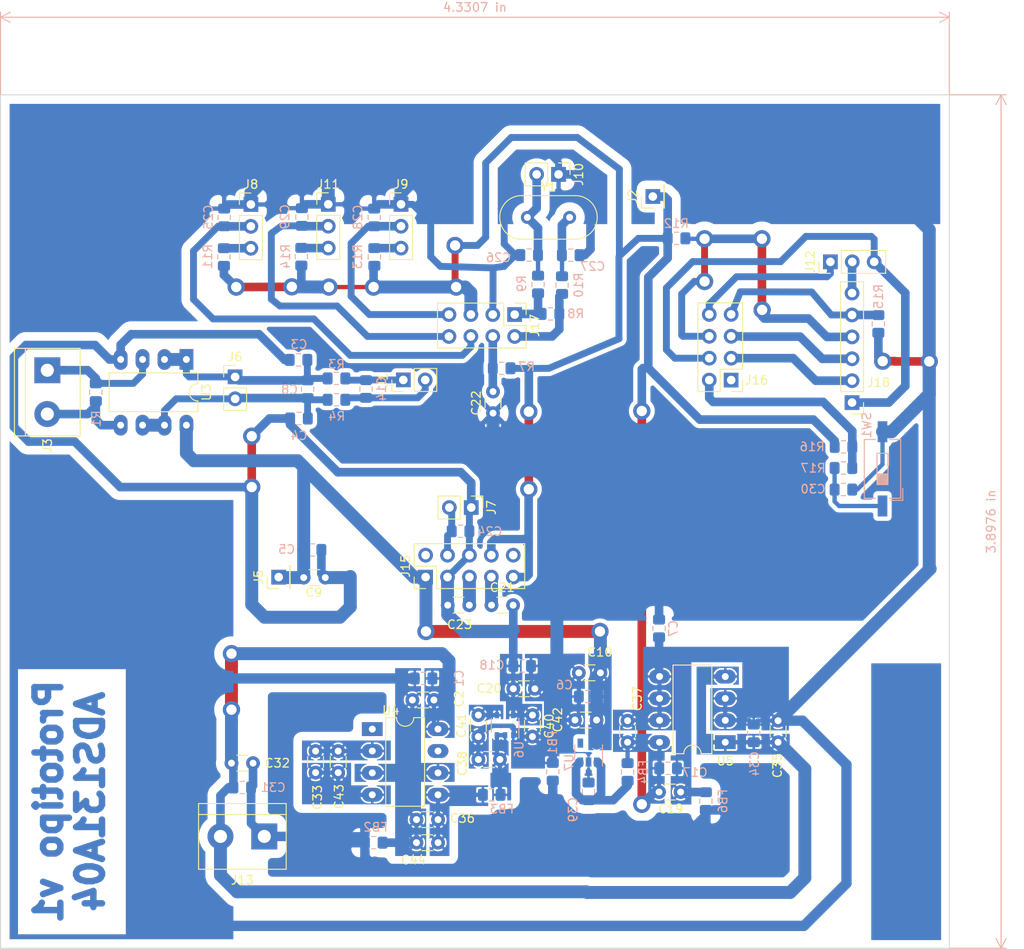
<source format=kicad_pcb>
(kicad_pcb (version 20171130) (host pcbnew 5.1.5-52549c5~84~ubuntu18.04.1)
  (layers (0 F.Cu signal) (31 B.Cu signal) (34 B.Paste user) (35 F.Paste user hide) (36 B.SilkS user) (37 F.SilkS user) (38 B.Mask user hide) (39 F.Mask user hide) (44 Edge.Cuts user))
  (net 0 "")
  (net 1 10_AVSS)
  (net 2 "Net-(C3-Pad2)")
  (net 3 "Net-(C4-Pad1)")
  (net 4 9_AVDD)
  (net 5 GNDA)
  (net 6 15_IOVDD)
  (net 7 27_GND)
  (net 8 14_REFEXT)
  (net 9 28_CAP)
  (net 10 12_REFP)
  (net 11 11_VNCP)
  (net 12 30_M0)
  (net 13 "Net-(C26-Pad1)")
  (net 14 "Net-(C27-Pad1)")
  (net 15 31_M1)
  (net 16 32_M2)
  (net 17 "Net-(C30-Pad1)")
  (net 18 +5V)
  (net 19 GND)
  (net 20 "Net-(C33-Pad1)")
  (net 21 "Net-(C33-Pad2)")
  (net 22 "Net-(C36-Pad2)")
  (net 23 "Net-(C38-Pad1)")
  (net 24 "Net-(C39-Pad2)")
  (net 25 "Net-(C41-Pad1)")
  (net 26 "Net-(J3-Pad2)")
  (net 27 "Net-(J3-Pad1)")
  (net 28 "Net-(J8-Pad3)")
  (net 29 "Net-(J9-Pad3)")
  (net 30 "Net-(J11-Pad3)")
  (net 31 19_DRDY)
  (net 32 ADC_SPI_CS)
  (net 33 23_CS)
  (net 34 17_RESET)
  (net 35 18_DONE)
  (net 36 20_DIN)
  (net 37 21_DOUT)
  (net 38 22_SCLK)
  (net 39 25_XTAL1)
  (net 40 26_XTAL2)
  (net 41 8_AIN4P)
  (net 42 7_AIN4N)
  (module Resistor_SMD:R_0805_2012Metric_Pad1.15x1.40mm_HandSolder (layer B.Cu) (at 79.875 80.275 90)
    (fp_text reference R14 (at 0.025 -1.825 270) (layer B.SilkS) (effects (justify mirror)))
    (fp_text value 499)
    (pad 1 smd roundrect (at -1.025 0 90) (size 1.15 1.4) (layers B.Cu B.Paste B.Mask) (roundrect_rratio 0.217391) (net 6 15_IOVDD))
    (pad 2 smd roundrect (at 1.025 0 90) (size 1.15 1.4) (layers B.Cu B.Paste B.Mask) (roundrect_rratio 0.217391) (net 30 "Net-(J11-Pad3)"))
  )
  (module Resistor_SMD:R_0805_2012Metric_Pad1.15x1.40mm_HandSolder (layer B.Cu) (at 56.05 96 270)
    (fp_text reference R1 (at 3.075 -0.05 90) (layer B.SilkS) (effects (justify mirror)))
    (fp_text value 0)
    (pad 1 smd roundrect (at -1.025 0 270) (size 1.15 1.4) (layers B.Cu B.Paste B.Mask) (roundrect_rratio 0.217391) (net 27 "Net-(J3-Pad1)"))
    (pad 2 smd roundrect (at 1.025 0 270) (size 1.15 1.4) (layers B.Cu B.Paste B.Mask) (roundrect_rratio 0.217391) (net 26 "Net-(J3-Pad2)"))
  )
  (module Capacitor_SMD:C_0805_2012Metric_Pad1.15x1.40mm_HandSolder (layer B.Cu) (at 79.55 92.25)
    (fp_text reference C3 (at 0.05 -1.8) (layer B.SilkS) (effects (justify mirror)))
    (fp_text value 100pF)
    (pad 2 smd roundrect (at 1.025 0) (size 1.15 1.4) (layers B.Cu B.Paste B.Mask) (roundrect_rratio 0.217391) (net 2 "Net-(C3-Pad2)"))
    (pad 1 smd roundrect (at -1.025 0) (size 1.15 1.4) (layers B.Cu B.Paste B.Mask) (roundrect_rratio 0.217391) (net 1 10_AVSS))
  )
  (module Capacitor_SMD:C_0805_2012Metric_Pad1.15x1.40mm_HandSolder (layer B.Cu) (at 79.6 99.05 180)
    (fp_text reference C4 (at 0 -1.981) (layer B.SilkS) (effects (justify mirror)))
    (fp_text value 100pF)
    (pad 1 smd roundrect (at -1.025 0 180) (size 1.15 1.4) (layers B.Cu B.Paste B.Mask) (roundrect_rratio 0.217391) (net 3 "Net-(C4-Pad1)"))
    (pad 2 smd roundrect (at 1.025 0 180) (size 1.15 1.4) (layers B.Cu B.Paste B.Mask) (roundrect_rratio 0.217391) (net 1 10_AVSS))
  )
  (module Capacitor_SMD:C_0805_2012Metric_Pad1.15x1.40mm_HandSolder (layer B.Cu) (at 81.175 114.3)
    (fp_text reference C5 (at -3 -0.075) (layer B.SilkS) (effects (justify mirror)))
    (fp_text value 0.1uF)
    (pad 1 smd roundrect (at -1.025 0) (size 1.15 1.4) (layers B.Cu B.Paste B.Mask) (roundrect_rratio 0.217391) (net 4 9_AVDD))
    (pad 2 smd roundrect (at 1.025 0) (size 1.15 1.4) (layers B.Cu B.Paste B.Mask) (roundrect_rratio 0.217391) (net 1 10_AVSS))
  )
  (module Capacitor_SMD:C_0805_2012Metric_Pad1.15x1.40mm_HandSolder (layer B.Cu) (at 113.075 131.3 180)
    (fp_text reference C6 (at 2.7 1.35) (layer B.SilkS) (effects (justify mirror)))
    (fp_text value 0.01uF)
    (pad 2 smd roundrect (at 1.025 0 180) (size 1.15 1.4) (layers B.Cu B.Paste B.Mask) (roundrect_rratio 0.217391) (net 5 GNDA))
    (pad 1 smd roundrect (at -1.025 0 180) (size 1.15 1.4) (layers B.Cu B.Paste B.Mask) (roundrect_rratio 0.217391) (net 4 9_AVDD))
  )
  (module Capacitor_SMD:C_0805_2012Metric_Pad1.15x1.40mm_HandSolder (layer B.Cu) (at 80.6 95.65 270)
    (fp_text reference C8 (at 0.05 2.1 180) (layer B.SilkS) (effects (justify mirror)))
    (fp_text value 1nF)
    (pad 2 smd roundrect (at 1.025 0 270) (size 1.15 1.4) (layers B.Cu B.Paste B.Mask) (roundrect_rratio 0.217391) (net 3 "Net-(C4-Pad1)"))
    (pad 1 smd roundrect (at -1.025 0 270) (size 1.15 1.4) (layers B.Cu B.Paste B.Mask) (roundrect_rratio 0.217391) (net 2 "Net-(C3-Pad2)"))
  )
  (module Capacitor_THT:C_Disc_D3.0mm_W1.6mm_P2.50mm (layer F.Cu) (at 80.15 117.5)
    (fp_text reference C9 (at 1.175 1.725) (layer F.SilkS))
    (fp_text value 10uF)
    (pad 1 thru_hole circle (at 0 0) (size 1.6 1.6) (drill 0.8) (layers *.Cu *.Mask) (net 4 9_AVDD))
    (pad 2 thru_hole circle (at 2.5 0) (size 1.6 1.6) (drill 0.8) (layers *.Cu *.Mask) (net 1 10_AVSS))
  )
  (module Capacitor_THT:C_Disc_D3.0mm_W1.6mm_P2.50mm (layer F.Cu) (at 114.55 128.55 180)
    (fp_text reference C10 (at 0.05 2.4) (layer F.SilkS))
    (fp_text value 1uF)
    (pad 2 thru_hole circle (at 2.5 0 180) (size 1.6 1.6) (drill 0.8) (layers *.Cu *.Mask) (net 5 GNDA))
    (pad 1 thru_hole circle (at 0 0 180) (size 1.6 1.6) (drill 0.8) (layers *.Cu *.Mask) (net 4 9_AVDD))
  )
  (module Capacitor_SMD:C_0805_2012Metric_Pad1.15x1.40mm_HandSolder (layer B.Cu) (at 87.375 95.625 270)
    (fp_text reference C14 (at -0.01 -1.805 90) (layer B.SilkS) (effects (justify mirror)))
    (fp_text value 2700pF)
    (pad 2 smd roundrect (at 1.025 0 270) (size 1.15 1.4) (layers B.Cu B.Paste B.Mask) (roundrect_rratio 0.217391) (net 41 8_AIN4P))
    (pad 1 smd roundrect (at -1.025 0 270) (size 1.15 1.4) (layers B.Cu B.Paste B.Mask) (roundrect_rratio 0.217391) (net 42 7_AIN4N))
  )
  (module Capacitor_SMD:C_0805_2012Metric_Pad1.15x1.40mm_HandSolder (layer B.Cu) (at 122.4 139.625)
    (fp_text reference C17 (at 3.125 0.475) (layer B.SilkS) (effects (justify mirror)))
    (fp_text value 0.01uF)
    (pad 1 smd roundrect (at -1.025 0) (size 1.15 1.4) (layers B.Cu B.Paste B.Mask) (roundrect_rratio 0.217391) (net 6 15_IOVDD))
    (pad 2 smd roundrect (at 1.025 0) (size 1.15 1.4) (layers B.Cu B.Paste B.Mask) (roundrect_rratio 0.217391) (net 7 27_GND))
  )
  (module Capacitor_SMD:C_0805_2012Metric_Pad1.15x1.40mm_HandSolder (layer B.Cu) (at 105.475 127.75)
    (fp_text reference C18 (at -3.5 -0.1) (layer B.SilkS) (effects (justify mirror)))
    (fp_text value 0.01uF)
    (pad 2 smd roundrect (at 1.025 0) (size 1.15 1.4) (layers B.Cu B.Paste B.Mask) (roundrect_rratio 0.217391) (net 5 GNDA))
    (pad 1 smd roundrect (at -1.025 0) (size 1.15 1.4) (layers B.Cu B.Paste B.Mask) (roundrect_rratio 0.217391) (net 1 10_AVSS))
  )
  (module Capacitor_THT:C_Disc_D3.0mm_W1.6mm_P2.50mm (layer F.Cu) (at 121.35 142.375)
    (fp_text reference C19 (at 1.35 1.95) (layer F.SilkS))
    (fp_text value 1uF)
    (pad 2 thru_hole circle (at 2.5 0) (size 1.6 1.6) (drill 0.8) (layers *.Cu *.Mask) (net 7 27_GND))
    (pad 1 thru_hole circle (at 0 0) (size 1.6 1.6) (drill 0.8) (layers *.Cu *.Mask) (net 6 15_IOVDD))
  )
  (module Capacitor_THT:C_Disc_D3.0mm_W1.6mm_P2.50mm (layer F.Cu) (at 104.45 130.4)
    (fp_text reference C20 (at -2.8 -0.05) (layer F.SilkS))
    (fp_text value 1uF)
    (pad 2 thru_hole circle (at 2.5 0) (size 1.6 1.6) (drill 0.8) (layers *.Cu *.Mask) (net 5 GNDA))
    (pad 1 thru_hole circle (at 0 0) (size 1.6 1.6) (drill 0.8) (layers *.Cu *.Mask) (net 1 10_AVSS))
  )
  (module Capacitor_THT:C_Disc_D3.0mm_W1.6mm_P2.50mm (layer F.Cu) (at 101.925 120.7)
    (fp_text reference C21 (at 1.25 -2.05) (layer F.SilkS))
    (fp_text value 1uF)
    (pad 2 thru_hole circle (at 2.5 0) (size 1.6 1.6) (drill 0.8) (layers *.Cu *.Mask) (net 1 10_AVSS))
    (pad 1 thru_hole circle (at 0 0) (size 1.6 1.6) (drill 0.8) (layers *.Cu *.Mask) (net 8 14_REFEXT))
  )
  (module Capacitor_THT:C_Disc_D3.0mm_W1.6mm_P2.50mm (layer F.Cu) (at 102.1 95.925 270)
    (fp_text reference C22 (at 1.325 1.95 90) (layer F.SilkS))
    (fp_text value 1uF)
    (pad 1 thru_hole circle (at 0 0 270) (size 1.6 1.6) (drill 0.8) (layers *.Cu *.Mask) (net 9 28_CAP))
    (pad 2 thru_hole circle (at 2.5 0 270) (size 1.6 1.6) (drill 0.8) (layers *.Cu *.Mask) (net 5 GNDA))
  )
  (module Capacitor_THT:C_Disc_D3.0mm_W1.6mm_P2.50mm (layer F.Cu) (at 96.85 120.7)
    (fp_text reference C23 (at 1.375 2.25) (layer F.SilkS))
    (fp_text value 1uF)
    (pad 2 thru_hole circle (at 2.5 0) (size 1.6 1.6) (drill 0.8) (layers *.Cu *.Mask) (net 10 12_REFP))
    (pad 1 thru_hole circle (at 0 0) (size 1.6 1.6) (drill 0.8) (layers *.Cu *.Mask) (net 1 10_AVSS))
  )
  (module Capacitor_SMD:C_0805_2012Metric_Pad1.15x1.40mm_HandSolder (layer B.Cu) (at 98.335 112.125)
    (fp_text reference C24 (at 3.39 0.025) (layer B.SilkS) (effects (justify mirror)))
    (fp_text value 0.22uF)
    (pad 2 smd roundrect (at 1.025 0) (size 1.15 1.4) (layers B.Cu B.Paste B.Mask) (roundrect_rratio 0.217391) (net 1 10_AVSS))
    (pad 1 smd roundrect (at -1.025 0) (size 1.15 1.4) (layers B.Cu B.Paste B.Mask) (roundrect_rratio 0.217391) (net 11 11_VNCP))
  )
  (module Capacitor_SMD:C_0805_2012Metric_Pad1.15x1.40mm_HandSolder (layer B.Cu) (at 70.935 75.725 90)
    (fp_text reference C25 (at 0.025 -1.835 270) (layer B.SilkS) (effects (justify mirror)))
    (fp_text value 10pF)
    (pad 1 smd roundrect (at -1.025 0 90) (size 1.15 1.4) (layers B.Cu B.Paste B.Mask) (roundrect_rratio 0.217391) (net 12 30_M0))
    (pad 2 smd roundrect (at 1.025 0 90) (size 1.15 1.4) (layers B.Cu B.Paste B.Mask) (roundrect_rratio 0.217391) (net 7 27_GND))
  )
  (module Capacitor_SMD:C_0805_2012Metric_Pad1.15x1.40mm_HandSolder (layer B.Cu) (at 106.29 80.09 180)
    (fp_text reference C26 (at 3.56 -0.29) (layer B.SilkS) (effects (justify mirror)))
    (fp_text value 8.2pF)
    (pad 2 smd roundrect (at 1.025 0 180) (size 1.15 1.4) (layers B.Cu B.Paste B.Mask) (roundrect_rratio 0.217391) (net 7 27_GND))
    (pad 1 smd roundrect (at -1.025 0 180) (size 1.15 1.4) (layers B.Cu B.Paste B.Mask) (roundrect_rratio 0.217391) (net 13 "Net-(C26-Pad1)"))
  )
  (module Capacitor_SMD:C_0805_2012Metric_Pad1.15x1.40mm_HandSolder (layer B.Cu) (at 111.11 80.1)
    (fp_text reference C27 (at 2.54 1.3) (layer B.SilkS) (effects (justify mirror)))
    (fp_text value 8.2pF)
    (pad 1 smd roundrect (at -1.025 0) (size 1.15 1.4) (layers B.Cu B.Paste B.Mask) (roundrect_rratio 0.217391) (net 14 "Net-(C27-Pad1)"))
    (pad 2 smd roundrect (at 1.025 0) (size 1.15 1.4) (layers B.Cu B.Paste B.Mask) (roundrect_rratio 0.217391) (net 7 27_GND))
  )
  (module Capacitor_SMD:C_0805_2012Metric_Pad1.15x1.40mm_HandSolder (layer B.Cu) (at 88.325 75.725 90)
    (fp_text reference C28 (at 0.025 -1.9 270) (layer B.SilkS) (effects (justify mirror)))
    (fp_text value 10pF)
    (pad 2 smd roundrect (at 1.025 0 90) (size 1.15 1.4) (layers B.Cu B.Paste B.Mask) (roundrect_rratio 0.217391) (net 7 27_GND))
    (pad 1 smd roundrect (at -1.025 0 90) (size 1.15 1.4) (layers B.Cu B.Paste B.Mask) (roundrect_rratio 0.217391) (net 15 31_M1))
  )
  (module Capacitor_SMD:C_0805_2012Metric_Pad1.15x1.40mm_HandSolder (layer B.Cu) (at 79.94 75.675 90)
    (fp_text reference C29 (at 0.025 -1.965 270) (layer B.SilkS) (effects (justify mirror)))
    (fp_text value 10pF)
    (pad 2 smd roundrect (at 1.025 0 90) (size 1.15 1.4) (layers B.Cu B.Paste B.Mask) (roundrect_rratio 0.217391) (net 7 27_GND))
    (pad 1 smd roundrect (at -1.025 0 90) (size 1.15 1.4) (layers B.Cu B.Paste B.Mask) (roundrect_rratio 0.217391) (net 16 32_M2))
  )
  (module Capacitor_SMD:C_0805_2012Metric_Pad1.15x1.40mm_HandSolder (layer B.Cu) (at 142.725 107.29)
    (fp_text reference C30 (at -3.525 -0.06) (layer B.SilkS) (effects (justify mirror)))
    (fp_text value 10pF)
    (pad 2 smd roundrect (at 1.025 0) (size 1.15 1.4) (layers B.Cu B.Paste B.Mask) (roundrect_rratio 0.217391) (net 7 27_GND))
    (pad 1 smd roundrect (at -1.025 0) (size 1.15 1.4) (layers B.Cu B.Paste B.Mask) (roundrect_rratio 0.217391) (net 17 "Net-(C30-Pad1)"))
  )
  (module Capacitor_SMD:C_0805_2012Metric_Pad1.15x1.40mm_HandSolder (layer B.Cu) (at 73.025 141.85)
    (fp_text reference C31 (at 3.575 0 180) (layer B.SilkS) (effects (justify mirror)))
    (fp_text value 10nF)
    (pad 1 smd roundrect (at -1.025 0) (size 1.15 1.4) (layers B.Cu B.Paste B.Mask) (roundrect_rratio 0.217391) (net 18 +5V))
    (pad 2 smd roundrect (at 1.025 0) (size 1.15 1.4) (layers B.Cu B.Paste B.Mask) (roundrect_rratio 0.217391) (net 19 GND))
  )
  (module Capacitor_THT:C_Disc_D3.0mm_W1.6mm_P2.50mm (layer F.Cu) (at 71.775 139.025)
    (fp_text reference C32 (at 5.325 0) (layer F.SilkS))
    (fp_text value 1uF)
    (pad 1 thru_hole circle (at 0 0) (size 1.6 1.6) (drill 0.8) (layers *.Cu *.Mask) (net 18 +5V))
    (pad 2 thru_hole circle (at 2.5 0) (size 1.6 1.6) (drill 0.8) (layers *.Cu *.Mask) (net 19 GND))
  )
  (module Capacitor_THT:C_Disc_D3.0mm_W1.6mm_P2.50mm (layer F.Cu) (at 81.525 137.625 270)
    (fp_text reference C33 (at 5.375 -0.225 90) (layer F.SilkS))
    (fp_text value 20uF)
    (pad 1 thru_hole circle (at 0 0 270) (size 1.6 1.6) (drill 0.8) (layers *.Cu *.Mask) (net 20 "Net-(C33-Pad1)"))
    (pad 2 thru_hole circle (at 2.5 0 270) (size 1.6 1.6) (drill 0.8) (layers *.Cu *.Mask) (net 21 "Net-(C33-Pad2)"))
  )
  (module Capacitor_SMD:C_0805_2012Metric_Pad1.15x1.40mm_HandSolder (layer B.Cu) (at 132.325 135.575 90)
    (fp_text reference C34 (at -3.525 0.1 270) (layer B.SilkS) (effects (justify mirror)))
    (fp_text value 10nF)
    (pad 2 smd roundrect (at 1.025 0 90) (size 1.15 1.4) (layers B.Cu B.Paste B.Mask) (roundrect_rratio 0.217391) (net 7 27_GND))
    (pad 1 smd roundrect (at -1.025 0 90) (size 1.15 1.4) (layers B.Cu B.Paste B.Mask) (roundrect_rratio 0.217391) (net 18 +5V))
  )
  (module Capacitor_THT:C_Disc_D3.0mm_W1.6mm_P2.50mm (layer F.Cu) (at 135.15 136.6 90)
    (fp_text reference C35 (at -2.7 -0.075 90) (layer F.SilkS))
    (fp_text value 10uF)
    (pad 2 thru_hole circle (at 2.5 0 90) (size 1.6 1.6) (drill 0.8) (layers *.Cu *.Mask) (net 7 27_GND))
    (pad 1 thru_hole circle (at 0 0 90) (size 1.6 1.6) (drill 0.8) (layers *.Cu *.Mask) (net 18 +5V))
  )
  (module Capacitor_THT:C_Disc_D3.0mm_W1.6mm_P2.50mm (layer F.Cu) (at 93.225 145.575)
    (fp_text reference C36 (at 5.325 -0.15) (layer F.SilkS))
    (fp_text value 20uF)
    (pad 2 thru_hole circle (at 2.5 0) (size 1.6 1.6) (drill 0.8) (layers *.Cu *.Mask) (net 22 "Net-(C36-Pad2)"))
    (pad 1 thru_hole circle (at 0 0) (size 1.6 1.6) (drill 0.8) (layers *.Cu *.Mask) (net 7 27_GND))
  )
  (module Capacitor_THT:C_Disc_D3.0mm_W1.6mm_P2.50mm (layer F.Cu) (at 117.7 136.6 90)
    (fp_text reference C37 (at 5.05 1.125 90) (layer F.SilkS))
    (fp_text value 10uF)
    (pad 1 thru_hole circle (at 0 0 90) (size 1.6 1.6) (drill 0.8) (layers *.Cu *.Mask) (net 6 15_IOVDD))
    (pad 2 thru_hole circle (at 2.5 0 90) (size 1.6 1.6) (drill 0.8) (layers *.Cu *.Mask) (net 7 27_GND))
  )
  (module Capacitor_THT:C_Disc_D3.0mm_W1.6mm_P2.50mm (layer F.Cu) (at 102.9 138.6 180)
    (fp_text reference C38 (at 4.35 -0.475 270) (layer F.SilkS))
    (fp_text value 2.2uF)
    (pad 1 thru_hole circle (at 0 0 180) (size 1.6 1.6) (drill 0.8) (layers *.Cu *.Mask) (net 23 "Net-(C38-Pad1)"))
    (pad 2 thru_hole circle (at 2.5 0 180) (size 1.6 1.6) (drill 0.8) (layers *.Cu *.Mask) (net 5 GNDA))
  )
  (module Capacitor_SMD:C_0805_2012Metric_Pad1.15x1.40mm_HandSolder (layer B.Cu) (at 113.175 142.3 270)
    (fp_text reference C39 (at 2.125 1.8 90) (layer B.SilkS) (effects (justify mirror)))
    (fp_text value 1uF)
    (pad 1 smd roundrect (at -1.025 0 270) (size 1.15 1.4) (layers B.Cu B.Paste B.Mask) (roundrect_rratio 0.217391) (net 5 GNDA))
    (pad 2 smd roundrect (at 1.025 0 270) (size 1.15 1.4) (layers B.Cu B.Paste B.Mask) (roundrect_rratio 0.217391) (net 24 "Net-(C39-Pad2)"))
  )
  (module Capacitor_THT:C_Disc_D3.0mm_W1.6mm_P2.50mm (layer F.Cu) (at 106.675 133.45 270)
    (fp_text reference C40 (at 1.275 -1.925 90) (layer F.SilkS))
    (fp_text value 2.2uF)
    (pad 1 thru_hole circle (at 0 0 270) (size 1.6 1.6) (drill 0.8) (layers *.Cu *.Mask) (net 1 10_AVSS))
    (pad 2 thru_hole circle (at 2.5 0 270) (size 1.6 1.6) (drill 0.8) (layers *.Cu *.Mask) (net 5 GNDA))
  )
  (module Capacitor_THT:C_Disc_D3.0mm_W1.6mm_P2.50mm (layer F.Cu) (at 100.4 133.45 270)
    (fp_text reference C41 (at 1.2 1.95 90) (layer F.SilkS))
    (fp_text value 10nF)
    (pad 2 thru_hole circle (at 2.5 0 270) (size 1.6 1.6) (drill 0.8) (layers *.Cu *.Mask) (net 5 GNDA))
    (pad 1 thru_hole circle (at 0 0 270) (size 1.6 1.6) (drill 0.8) (layers *.Cu *.Mask) (net 25 "Net-(C41-Pad1)"))
  )
  (module Capacitor_THT:C_Disc_D3.0mm_W1.6mm_P2.50mm (layer F.Cu) (at 114.1 134.025 180)
    (fp_text reference C42 (at 4.5 0.025 270) (layer F.SilkS))
    (fp_text value 1uF)
    (pad 1 thru_hole circle (at 0 0 180) (size 1.6 1.6) (drill 0.8) (layers *.Cu *.Mask) (net 4 9_AVDD))
    (pad 2 thru_hole circle (at 2.5 0 180) (size 1.6 1.6) (drill 0.8) (layers *.Cu *.Mask) (net 5 GNDA))
  )
  (module Capacitor_THT:C_Disc_D3.0mm_W1.6mm_P2.50mm (layer F.Cu) (at 84.15 137.625 270)
    (fp_text reference C43 (at 5.275 -0.1 90) (layer F.SilkS))
    (fp_text value 20uF)
    (pad 1 thru_hole circle (at 0 0 270) (size 1.6 1.6) (drill 0.8) (layers *.Cu *.Mask) (net 20 "Net-(C33-Pad1)"))
    (pad 2 thru_hole circle (at 2.5 0 270) (size 1.6 1.6) (drill 0.8) (layers *.Cu *.Mask) (net 21 "Net-(C33-Pad2)"))
  )
  (module Capacitor_THT:C_Disc_D3.0mm_W1.6mm_P2.50mm (layer F.Cu) (at 93.225 148.25)
    (fp_text reference C44 (at -0.35 2) (layer F.SilkS))
    (fp_text value 20uF)
    (pad 2 thru_hole circle (at 2.5 0) (size 1.6 1.6) (drill 0.8) (layers *.Cu *.Mask) (net 22 "Net-(C36-Pad2)"))
    (pad 1 thru_hole circle (at 0 0) (size 1.6 1.6) (drill 0.8) (layers *.Cu *.Mask) (net 7 27_GND))
  )
  (module Inductor_SMD:L_0805_2012Metric_Pad1.15x1.40mm_HandSolder (layer B.Cu) (at 109.025 140.025 270)
    (fp_text reference FB1 (at -3.375 0.025 90) (layer B.SilkS) (effects (justify mirror)))
    (fp_text value Ferrite_Bead)
    (pad 1 smd roundrect (at -1.025 0 270) (size 1.15 1.4) (layers B.Cu B.Paste B.Mask) (roundrect_rratio 0.217391) (net 5 GNDA))
    (pad 2 smd roundrect (at 1.025 0 270) (size 1.15 1.4) (layers B.Cu B.Paste B.Mask) (roundrect_rratio 0.217391) (net 19 GND))
  )
  (module Inductor_SMD:L_0805_2012Metric_Pad1.15x1.40mm_HandSolder (layer B.Cu) (at 88.275 148.25 180)
    (fp_text reference FB2 (at -0.2 1.8) (layer B.SilkS) (effects (justify mirror)))
    (fp_text value Ferrite_Bead)
    (pad 2 smd roundrect (at 1.025 0 180) (size 1.15 1.4) (layers B.Cu B.Paste B.Mask) (roundrect_rratio 0.217391) (net 19 GND))
    (pad 1 smd roundrect (at -1.025 0 180) (size 1.15 1.4) (layers B.Cu B.Paste B.Mask) (roundrect_rratio 0.217391) (net 7 27_GND))
  )
  (module Inductor_SMD:L_0805_2012Metric_Pad1.15x1.40mm_HandSolder (layer B.Cu) (at 101.95 142.7 180)
    (fp_text reference FB3 (at -1.175 -1.65) (layer B.SilkS) (effects (justify mirror)))
    (fp_text value Ferrite_Bead)
    (pad 1 smd roundrect (at -1.025 0 180) (size 1.15 1.4) (layers B.Cu B.Paste B.Mask) (roundrect_rratio 0.217391) (net 23 "Net-(C38-Pad1)"))
    (pad 2 smd roundrect (at 1.025 0 180) (size 1.15 1.4) (layers B.Cu B.Paste B.Mask) (roundrect_rratio 0.217391) (net 22 "Net-(C36-Pad2)"))
  )
  (module Inductor_SMD:L_0805_2012Metric_Pad1.15x1.40mm_HandSolder (layer B.Cu) (at 117.7 140.05 270)
    (fp_text reference FB4 (at 0 -1.825 90) (layer B.SilkS) (effects (justify mirror)))
    (fp_text value Ferrite_Bead)
    (pad 2 smd roundrect (at 1.025 0 270) (size 1.15 1.4) (layers B.Cu B.Paste B.Mask) (roundrect_rratio 0.217391) (net 24 "Net-(C39-Pad2)"))
    (pad 1 smd roundrect (at -1.025 0 270) (size 1.15 1.4) (layers B.Cu B.Paste B.Mask) (roundrect_rratio 0.217391) (net 6 15_IOVDD))
  )
  (module TerminalBlock:TerminalBlock_bornier-2_P5.08mm (layer F.Cu) (at 50.425 93.45 270)
    (fp_text reference J3 (at 8.75 -0.025 90) (layer F.SilkS))
    (fp_text value AIN_3)
    (pad 2 thru_hole circle (at 5.08 0 270) (size 3 3) (drill 1.52) (layers *.Cu *.Mask) (net 26 "Net-(J3-Pad2)"))
    (pad 1 thru_hole rect (at 0 0 270) (size 3 3) (drill 1.52) (layers *.Cu *.Mask) (net 27 "Net-(J3-Pad1)"))
  )
  (module Connector_PinHeader_2.54mm:PinHeader_1x02_P2.54mm_Vertical (layer F.Cu) (at 72.2 94.225)
    (fp_text reference J6 (at 0 -2.33) (layer F.SilkS))
    (fp_text value AIN_3W)
    (pad 1 thru_hole rect (at 0 0) (size 1.7 1.7) (drill 1) (layers *.Cu *.Mask) (net 2 "Net-(C3-Pad2)"))
    (pad 2 thru_hole oval (at 0 2.54) (size 1.7 1.7) (drill 1) (layers *.Cu *.Mask) (net 3 "Net-(C4-Pad1)"))
  )
  (module Connector_PinHeader_2.54mm:PinHeader_1x02_P2.54mm_Vertical (layer F.Cu) (at 99.575 109.375 270)
    (fp_text reference J7 (at 0 -2.33 90) (layer F.SilkS))
    (fp_text value ConAVSS)
    (pad 1 thru_hole rect (at 0 0 270) (size 1.7 1.7) (drill 1) (layers *.Cu *.Mask) (net 1 10_AVSS))
    (pad 2 thru_hole oval (at 0 2.54 270) (size 1.7 1.7) (drill 1) (layers *.Cu *.Mask) (net 11 11_VNCP))
  )
  (module Connector_PinHeader_2.54mm:PinHeader_1x03_P2.54mm_Vertical (layer F.Cu) (at 74.025 74.22)
    (fp_text reference J8 (at 0 -2.33) (layer F.SilkS))
    (fp_text value MO)
    (pad 3 thru_hole oval (at 0 5.08) (size 1.7 1.7) (drill 1) (layers *.Cu *.Mask) (net 28 "Net-(J8-Pad3)"))
    (pad 2 thru_hole oval (at 0 2.54) (size 1.7 1.7) (drill 1) (layers *.Cu *.Mask) (net 12 30_M0))
    (pad 1 thru_hole rect (at 0 0) (size 1.7 1.7) (drill 1) (layers *.Cu *.Mask) (net 7 27_GND))
  )
  (module Connector_PinHeader_2.54mm:PinHeader_1x03_P2.54mm_Vertical (layer F.Cu) (at 91.435 74.205)
    (fp_text reference J9 (at 0 -2.33) (layer F.SilkS))
    (fp_text value M1)
    (pad 1 thru_hole rect (at 0 0) (size 1.7 1.7) (drill 1) (layers *.Cu *.Mask) (net 7 27_GND))
    (pad 2 thru_hole oval (at 0 2.54) (size 1.7 1.7) (drill 1) (layers *.Cu *.Mask) (net 15 31_M1))
    (pad 3 thru_hole oval (at 0 5.08) (size 1.7 1.7) (drill 1) (layers *.Cu *.Mask) (net 29 "Net-(J9-Pad3)"))
  )
  (module Connector_PinHeader_2.54mm:PinHeader_1x02_P2.54mm_Vertical (layer F.Cu) (at 109.7 70.73 270)
    (fp_text reference J10 (at 0 -2.33 90) (layer F.SilkS))
    (fp_text value "External Clk")
    (pad 2 thru_hole oval (at 0 2.54 270) (size 1.7 1.7) (drill 1) (layers *.Cu *.Mask) (net 13 "Net-(C26-Pad1)"))
    (pad 1 thru_hole rect (at 0 0 270) (size 1.7 1.7) (drill 1) (layers *.Cu *.Mask) (net 7 27_GND))
  )
  (module Connector_PinHeader_2.54mm:PinHeader_1x03_P2.54mm_Vertical (layer F.Cu) (at 83 74.2)
    (fp_text reference J11 (at 0 -2.33) (layer F.SilkS))
    (fp_text value M2)
    (pad 1 thru_hole rect (at 0 0) (size 1.7 1.7) (drill 1) (layers *.Cu *.Mask) (net 7 27_GND))
    (pad 2 thru_hole oval (at 0 2.54) (size 1.7 1.7) (drill 1) (layers *.Cu *.Mask) (net 16 32_M2))
    (pad 3 thru_hole oval (at 0 5.08) (size 1.7 1.7) (drill 1) (layers *.Cu *.Mask) (net 30 "Net-(J11-Pad3)"))
  )
  (module Connector_PinHeader_2.54mm:PinHeader_1x03_P2.54mm_Vertical (layer F.Cu) (at 141.21 80.875 90)
    (fp_text reference J12 (at 0 -2.33 90) (layer F.SilkS))
    (fp_text value Mode_Selection)
    (pad 3 thru_hole oval (at 0 5.08 90) (size 1.7 1.7) (drill 1) (layers *.Cu *.Mask) (net 31 19_DRDY))
    (pad 2 thru_hole oval (at 0 2.54 90) (size 1.7 1.7) (drill 1) (layers *.Cu *.Mask) (net 32 ADC_SPI_CS))
    (pad 1 thru_hole rect (at 0 0 90) (size 1.7 1.7) (drill 1) (layers *.Cu *.Mask) (net 33 23_CS))
  )
  (module TerminalBlock:TerminalBlock_bornier-2_P5.08mm (layer F.Cu) (at 75.58 147.525 180)
    (fp_text reference J13 (at 2.54 -5.08) (layer F.SilkS))
    (fp_text value Alimentacion)
    (pad 1 thru_hole rect (at 0 0 180) (size 3 3) (drill 1.52) (layers *.Cu *.Mask) (net 19 GND))
    (pad 2 thru_hole circle (at 5.08 0 180) (size 3 3) (drill 1.52) (layers *.Cu *.Mask) (net 18 +5V))
  )
  (module Connector_PinHeader_2.54mm:PinHeader_2x05_P2.54mm_Vertical (layer F.Cu) (at 94.285 117.44 90)
    (fp_text reference J15 (at 1.27 -2.33 90) (layer F.SilkS))
    (fp_text value 9to16_pin)
    (pad 10 thru_hole oval (at 2.54 10.16 90) (size 1.7 1.7) (drill 1) (layers *.Cu *.Mask))
    (pad 9 thru_hole oval (at 0 10.16 90) (size 1.7 1.7) (drill 1) (layers *.Cu *.Mask) (net 6 15_IOVDD))
    (pad 8 thru_hole oval (at 2.54 7.62 90) (size 1.7 1.7) (drill 1) (layers *.Cu *.Mask) (net 6 15_IOVDD))
    (pad 7 thru_hole oval (at 0 7.62 90) (size 1.7 1.7) (drill 1) (layers *.Cu *.Mask) (net 8 14_REFEXT))
    (pad 6 thru_hole oval (at 2.54 5.08 90) (size 1.7 1.7) (drill 1) (layers *.Cu *.Mask) (net 1 10_AVSS))
    (pad 5 thru_hole oval (at 0 5.08 90) (size 1.7 1.7) (drill 1) (layers *.Cu *.Mask) (net 10 12_REFP))
    (pad 4 thru_hole oval (at 2.54 2.54 90) (size 1.7 1.7) (drill 1) (layers *.Cu *.Mask) (net 11 11_VNCP))
    (pad 3 thru_hole oval (at 0 2.54 90) (size 1.7 1.7) (drill 1) (layers *.Cu *.Mask) (net 1 10_AVSS))
    (pad 2 thru_hole oval (at 2.54 0 90) (size 1.7 1.7) (drill 1) (layers *.Cu *.Mask))
    (pad 1 thru_hole rect (at 0 0 90) (size 1.7 1.7) (drill 1) (layers *.Cu *.Mask) (net 4 9_AVDD))
  )
  (module Connector_PinHeader_2.54mm:PinHeader_2x04_P2.54mm_Vertical (layer F.Cu) (at 129.71 94.59 180)
    (fp_text reference J16 (at -2.965 -0.01) (layer F.SilkS))
    (fp_text value 17to24_pin)
    (pad 1 thru_hole rect (at 0 0 180) (size 1.7 1.7) (drill 1) (layers *.Cu *.Mask))
    (pad 2 thru_hole oval (at 2.54 0 180) (size 1.7 1.7) (drill 1) (layers *.Cu *.Mask) (net 34 17_RESET))
    (pad 3 thru_hole oval (at 0 2.54 180) (size 1.7 1.7) (drill 1) (layers *.Cu *.Mask) (net 35 18_DONE))
    (pad 4 thru_hole oval (at 2.54 2.54 180) (size 1.7 1.7) (drill 1) (layers *.Cu *.Mask) (net 31 19_DRDY))
    (pad 5 thru_hole oval (at 0 5.08 180) (size 1.7 1.7) (drill 1) (layers *.Cu *.Mask) (net 36 20_DIN))
    (pad 6 thru_hole oval (at 2.54 5.08 180) (size 1.7 1.7) (drill 1) (layers *.Cu *.Mask) (net 37 21_DOUT))
    (pad 7 thru_hole oval (at 0 7.62 180) (size 1.7 1.7) (drill 1) (layers *.Cu *.Mask) (net 38 22_SCLK))
    (pad 8 thru_hole oval (at 2.54 7.62 180) (size 1.7 1.7) (drill 1) (layers *.Cu *.Mask) (net 33 23_CS))
  )
  (module Connector_PinHeader_2.54mm:PinHeader_2x04_P2.54mm_Vertical (layer F.Cu) (at 104.61 86.99 270)
    (fp_text reference J17 (at 1.27 -2.33 90) (layer F.SilkS))
    (fp_text value 25to32_pin)
    (pad 1 thru_hole rect (at 0 0 270) (size 1.7 1.7) (drill 1) (layers *.Cu *.Mask) (net 39 25_XTAL1))
    (pad 2 thru_hole oval (at 2.54 0 270) (size 1.7 1.7) (drill 1) (layers *.Cu *.Mask) (net 40 26_XTAL2))
    (pad 3 thru_hole oval (at 0 2.54 270) (size 1.7 1.7) (drill 1) (layers *.Cu *.Mask) (net 7 27_GND))
    (pad 4 thru_hole oval (at 2.54 2.54 270) (size 1.7 1.7) (drill 1) (layers *.Cu *.Mask) (net 9 28_CAP))
    (pad 5 thru_hole oval (at 0 5.08 270) (size 1.7 1.7) (drill 1) (layers *.Cu *.Mask) (net 6 15_IOVDD))
    (pad 6 thru_hole oval (at 2.54 5.08 270) (size 1.7 1.7) (drill 1) (layers *.Cu *.Mask) (net 12 30_M0))
    (pad 7 thru_hole oval (at 0 7.62 270) (size 1.7 1.7) (drill 1) (layers *.Cu *.Mask) (net 15 31_M1))
    (pad 8 thru_hole oval (at 2.54 7.62 270) (size 1.7 1.7) (drill 1) (layers *.Cu *.Mask) (net 16 32_M2))
  )
  (module Resistor_SMD:R_0805_2012Metric_Pad1.15x1.40mm_HandSolder (layer B.Cu) (at 83.95 94.4 180)
    (fp_text reference R3 (at 0 1.65) (layer B.SilkS) (effects (justify mirror)))
    (fp_text value 100)
    (pad 1 smd roundrect (at -1.025 0 180) (size 1.15 1.4) (layers B.Cu B.Paste B.Mask) (roundrect_rratio 0.217391) (net 42 7_AIN4N))
    (pad 2 smd roundrect (at 1.025 0 180) (size 1.15 1.4) (layers B.Cu B.Paste B.Mask) (roundrect_rratio 0.217391) (net 2 "Net-(C3-Pad2)"))
  )
  (module Resistor_SMD:R_0805_2012Metric_Pad1.15x1.40mm_HandSolder (layer B.Cu) (at 83.95 96.875 180)
    (fp_text reference R4 (at -0.03 -1.92) (layer B.SilkS) (effects (justify mirror)))
    (fp_text value 100)
    (pad 2 smd roundrect (at 1.025 0 180) (size 1.15 1.4) (layers B.Cu B.Paste B.Mask) (roundrect_rratio 0.217391) (net 3 "Net-(C4-Pad1)"))
    (pad 1 smd roundrect (at -1.025 0 180) (size 1.15 1.4) (layers B.Cu B.Paste B.Mask) (roundrect_rratio 0.217391) (net 41 8_AIN4P))
  )
  (module Resistor_SMD:R_0805_2012Metric_Pad1.15x1.40mm_HandSolder (layer B.Cu) (at 103.1 93.225)
    (fp_text reference R7 (at 2.89 -0.19) (layer B.SilkS) (effects (justify mirror)))
    (fp_text value 0)
    (pad 1 smd roundrect (at -1.025 0) (size 1.15 1.4) (layers B.Cu B.Paste B.Mask) (roundrect_rratio 0.217391) (net 9 28_CAP))
    (pad 2 smd roundrect (at 1.025 0) (size 1.15 1.4) (layers B.Cu B.Paste B.Mask) (roundrect_rratio 0.217391) (net 6 15_IOVDD))
  )
  (module Resistor_SMD:R_0805_2012Metric_Pad1.15x1.40mm_HandSolder (layer B.Cu) (at 108.76 86.915)
    (fp_text reference R8 (at 2.925 -0.025) (layer B.SilkS) (effects (justify mirror)))
    (fp_text value 1M)
    (pad 2 smd roundrect (at 1.025 0) (size 1.15 1.4) (layers B.Cu B.Paste B.Mask) (roundrect_rratio 0.217391) (net 40 26_XTAL2))
    (pad 1 smd roundrect (at -1.025 0) (size 1.15 1.4) (layers B.Cu B.Paste B.Mask) (roundrect_rratio 0.217391) (net 39 25_XTAL1))
  )
  (module Resistor_SMD:R_0805_2012Metric_Pad1.15x1.40mm_HandSolder (layer B.Cu) (at 107.32 83.5 270)
    (fp_text reference R9 (at -0.1 1.895 270) (layer B.SilkS) (effects (justify mirror)))
    (fp_text value 0)
    (pad 1 smd roundrect (at -1.025 0 270) (size 1.15 1.4) (layers B.Cu B.Paste B.Mask) (roundrect_rratio 0.217391) (net 13 "Net-(C26-Pad1)"))
    (pad 2 smd roundrect (at 1.025 0 270) (size 1.15 1.4) (layers B.Cu B.Paste B.Mask) (roundrect_rratio 0.217391) (net 39 25_XTAL1))
  )
  (module Resistor_SMD:R_0805_2012Metric_Pad1.15x1.40mm_HandSolder (layer B.Cu) (at 110.1 83.57 270)
    (fp_text reference R10 (at 0.005 -1.925 270) (layer B.SilkS) (effects (justify mirror)))
    (fp_text value 0)
    (pad 2 smd roundrect (at 1.025 0 270) (size 1.15 1.4) (layers B.Cu B.Paste B.Mask) (roundrect_rratio 0.217391) (net 40 26_XTAL2))
    (pad 1 smd roundrect (at -1.025 0 270) (size 1.15 1.4) (layers B.Cu B.Paste B.Mask) (roundrect_rratio 0.217391) (net 14 "Net-(C27-Pad1)"))
  )
  (module Resistor_SMD:R_0805_2012Metric_Pad1.15x1.40mm_HandSolder (layer B.Cu) (at 70.9 80.315 90)
    (fp_text reference R11 (at 0.065 -1.875 270) (layer B.SilkS) (effects (justify mirror)))
    (fp_text value 499)
    (pad 1 smd roundrect (at -1.025 0 90) (size 1.15 1.4) (layers B.Cu B.Paste B.Mask) (roundrect_rratio 0.217391) (net 6 15_IOVDD))
    (pad 2 smd roundrect (at 1.025 0 90) (size 1.15 1.4) (layers B.Cu B.Paste B.Mask) (roundrect_rratio 0.217391) (net 28 "Net-(J8-Pad3)"))
  )
  (module Resistor_SMD:R_0805_2012Metric_Pad1.15x1.40mm_HandSolder (layer B.Cu) (at 123.375 78.15)
    (fp_text reference R12 (at -0.025 -1.725) (layer B.SilkS) (effects (justify mirror)))
    (fp_text value 10.0k)
    (pad 1 smd roundrect (at -1.025 0) (size 1.15 1.4) (layers B.Cu B.Paste B.Mask) (roundrect_rratio 0.217391) (net 6 15_IOVDD))
    (pad 2 smd roundrect (at 1.025 0) (size 1.15 1.4) (layers B.Cu B.Paste B.Mask) (roundrect_rratio 0.217391) (net 37 21_DOUT))
  )
  (module Resistor_SMD:R_0805_2012Metric_Pad1.15x1.40mm_HandSolder (layer B.Cu) (at 88.345 80.305 90)
    (fp_text reference R13 (at 0.03 -1.945 270) (layer B.SilkS) (effects (justify mirror)))
    (fp_text value 499)
    (pad 2 smd roundrect (at 1.025 0 90) (size 1.15 1.4) (layers B.Cu B.Paste B.Mask) (roundrect_rratio 0.217391) (net 29 "Net-(J9-Pad3)"))
    (pad 1 smd roundrect (at -1.025 0 90) (size 1.15 1.4) (layers B.Cu B.Paste B.Mask) (roundrect_rratio 0.217391) (net 6 15_IOVDD))
  )
  (module Resistor_SMD:R_0805_2012Metric_Pad1.15x1.40mm_HandSolder (layer B.Cu) (at 146.775 88.075 270)
    (fp_text reference R15 (at -3.175 -0.025 270) (layer B.SilkS) (effects (justify mirror)))
    (fp_text value 1k)
    (pad 2 smd roundrect (at 1.025 0 270) (size 1.15 1.4) (layers B.Cu B.Paste B.Mask) (roundrect_rratio 0.217391) (net 7 27_GND))
    (pad 1 smd roundrect (at -1.025 0 270) (size 1.15 1.4) (layers B.Cu B.Paste B.Mask) (roundrect_rratio 0.217391) (net 38 22_SCLK))
  )
  (module Resistor_SMD:R_0805_2012Metric_Pad1.15x1.40mm_HandSolder (layer B.Cu) (at 142.735 102.34)
    (fp_text reference R16 (at -3.635 -0.01) (layer B.SilkS) (effects (justify mirror)))
    (fp_text value 100k)
    (pad 2 smd roundrect (at 1.025 0) (size 1.15 1.4) (layers B.Cu B.Paste B.Mask) (roundrect_rratio 0.217391) (net 34 17_RESET))
    (pad 1 smd roundrect (at -1.025 0) (size 1.15 1.4) (layers B.Cu B.Paste B.Mask) (roundrect_rratio 0.217391) (net 6 15_IOVDD))
  )
  (module Resistor_SMD:R_0805_2012Metric_Pad1.15x1.40mm_HandSolder (layer B.Cu) (at 142.725 104.79)
    (fp_text reference R17 (at -3.525 0.015) (layer B.SilkS) (effects (justify mirror)))
    (fp_text value 0)
    (pad 1 smd roundrect (at -1.025 0) (size 1.15 1.4) (layers B.Cu B.Paste B.Mask) (roundrect_rratio 0.217391) (net 17 "Net-(C30-Pad1)"))
    (pad 2 smd roundrect (at 1.025 0) (size 1.15 1.4) (layers B.Cu B.Paste B.Mask) (roundrect_rratio 0.217391) (net 34 17_RESET))
  )
  (module Button_Switch_SMD:SW_DIP_SPSTx01_Slide_6.7x4.1mm_W8.61mm_P2.54mm_LowProfile (layer B.Cu) (at 147.255 104.89 90)
    (fp_text reference SW1 (at 5.065 -1.83 270) (layer B.SilkS) (effects (justify mirror)))
    (fp_text value Reset)
    (pad 1 smd rect (at -4.305 0 90) (size 2.44 1.12) (layers B.Cu B.Paste B.Mask) (net 17 "Net-(C30-Pad1)"))
    (pad 2 smd rect (at 4.305 0 90) (size 2.44 1.12) (layers B.Cu B.Paste B.Mask) (net 7 27_GND))
  )
  (module Package_DIP:DIP-8_W7.62mm_LongPads (layer F.Cu) (at 66.55 92.2 270)
    (fp_text reference U3 (at 3.81 -2.33 90) (layer F.SilkS))
    (fp_text value TL082)
    (pad 8 thru_hole oval (at 7.62 0 270) (size 2.4 1.6) (drill 0.8) (layers *.Cu *.Mask) (net 4 9_AVDD))
    (pad 4 thru_hole oval (at 0 7.62 270) (size 2.4 1.6) (drill 0.8) (layers *.Cu *.Mask) (net 1 10_AVSS))
    (pad 7 thru_hole oval (at 7.62 2.54 270) (size 2.4 1.6) (drill 0.8) (layers *.Cu *.Mask) (net 3 "Net-(C4-Pad1)"))
    (pad 3 thru_hole oval (at 0 5.08 270) (size 2.4 1.6) (drill 0.8) (layers *.Cu *.Mask) (net 27 "Net-(J3-Pad1)"))
    (pad 6 thru_hole oval (at 7.62 5.08 270) (size 2.4 1.6) (drill 0.8) (layers *.Cu *.Mask) (net 3 "Net-(C4-Pad1)"))
    (pad 2 thru_hole oval (at 0 2.54 270) (size 2.4 1.6) (drill 0.8) (layers *.Cu *.Mask) (net 2 "Net-(C3-Pad2)"))
    (pad 5 thru_hole oval (at 7.62 7.62 270) (size 2.4 1.6) (drill 0.8) (layers *.Cu *.Mask) (net 26 "Net-(J3-Pad2)"))
    (pad 1 thru_hole rect (at 0 0 270) (size 2.4 1.6) (drill 0.8) (layers *.Cu *.Mask) (net 2 "Net-(C3-Pad2)"))
  )
  (module Package_DIP:DIP-8_W7.62mm_LongPads (layer F.Cu) (at 88.1 135.075)
    (fp_text reference U4 (at 2.15 -2.175) (layer F.SilkS))
    (fp_text value MAX660CSA)
    (pad 8 thru_hole oval (at 7.62 0) (size 2.4 1.6) (drill 0.8) (layers *.Cu *.Mask) (net 18 +5V))
    (pad 4 thru_hole oval (at 0 7.62) (size 2.4 1.6) (drill 0.8) (layers *.Cu *.Mask) (net 21 "Net-(C33-Pad2)"))
    (pad 7 thru_hole oval (at 7.62 2.54) (size 2.4 1.6) (drill 0.8) (layers *.Cu *.Mask))
    (pad 3 thru_hole oval (at 0 5.08) (size 2.4 1.6) (drill 0.8) (layers *.Cu *.Mask) (net 7 27_GND))
    (pad 6 thru_hole oval (at 7.62 5.08) (size 2.4 1.6) (drill 0.8) (layers *.Cu *.Mask) (net 7 27_GND))
    (pad 2 thru_hole oval (at 0 2.54) (size 2.4 1.6) (drill 0.8) (layers *.Cu *.Mask) (net 20 "Net-(C33-Pad1)"))
    (pad 5 thru_hole oval (at 7.62 7.62) (size 2.4 1.6) (drill 0.8) (layers *.Cu *.Mask) (net 22 "Net-(C36-Pad2)"))
    (pad 1 thru_hole rect (at 0 0) (size 2.4 1.6) (drill 0.8) (layers *.Cu *.Mask))
  )
  (module Package_DIP:DIP-8_W7.62mm_LongPads (layer F.Cu) (at 129.025 136.6 180)
    (fp_text reference U5 (at 0 -2.175) (layer F.SilkS))
    (fp_text value MAX604)
    (pad 1 thru_hole rect (at 0 0 180) (size 2.4 1.6) (drill 0.8) (layers *.Cu *.Mask) (net 18 +5V))
    (pad 5 thru_hole oval (at 7.62 7.62 180) (size 2.4 1.6) (drill 0.8) (layers *.Cu *.Mask) (net 7 27_GND))
    (pad 2 thru_hole oval (at 0 2.54 180) (size 2.4 1.6) (drill 0.8) (layers *.Cu *.Mask) (net 7 27_GND))
    (pad 6 thru_hole oval (at 7.62 5.08 180) (size 2.4 1.6) (drill 0.8) (layers *.Cu *.Mask) (net 7 27_GND))
    (pad 3 thru_hole oval (at 0 5.08 180) (size 2.4 1.6) (drill 0.8) (layers *.Cu *.Mask) (net 7 27_GND))
    (pad 7 thru_hole oval (at 7.62 2.54 180) (size 2.4 1.6) (drill 0.8) (layers *.Cu *.Mask) (net 7 27_GND))
    (pad 4 thru_hole oval (at 0 7.62 180) (size 2.4 1.6) (drill 0.8) (layers *.Cu *.Mask) (net 18 +5V))
    (pad 8 thru_hole oval (at 7.62 0 180) (size 2.4 1.6) (drill 0.8) (layers *.Cu *.Mask) (net 6 15_IOVDD))
  )
  (module Package_SO:TSOP-5_1.65x3.05mm_P0.95mm (layer B.Cu) (at 103.5 134.625 90)
    (fp_text reference U6 (at -2.825 1.625 90) (layer B.SilkS) (effects (justify mirror)))
    (fp_text value TPS723)
    (pad 1 smd rect (at -1.16 0.95 90) (size 0.7 0.51) (layers B.Cu B.Paste B.Mask) (net 5 GNDA))
    (pad 2 smd rect (at -1.16 0 90) (size 0.7 0.51) (layers B.Cu B.Paste B.Mask) (net 23 "Net-(C38-Pad1)"))
    (pad 3 smd rect (at -1.16 -0.95 90) (size 0.7 0.51) (layers B.Cu B.Paste B.Mask) (net 23 "Net-(C38-Pad1)"))
    (pad 4 smd rect (at 1.16 -0.95 90) (size 0.7 0.51) (layers B.Cu B.Paste B.Mask) (net 25 "Net-(C41-Pad1)"))
    (pad 5 smd rect (at 1.16 0.95 90) (size 0.7 0.51) (layers B.Cu B.Paste B.Mask) (net 1 10_AVSS))
  )
  (module Package_TO_SOT_SMD:SOT-23-5 (layer B.Cu) (at 113.175 137.8 90)
    (fp_text reference U7 (at -1.15 -2.25 90) (layer B.SilkS) (effects (justify mirror)))
    (fp_text value LP5907MFX-2.5)
    (pad 1 smd rect (at -1.1 0.95 90) (size 1.06 0.65) (layers B.Cu B.Paste B.Mask) (net 24 "Net-(C39-Pad2)"))
    (pad 2 smd rect (at -1.1 0 90) (size 1.06 0.65) (layers B.Cu B.Paste B.Mask) (net 5 GNDA))
    (pad 3 smd rect (at -1.1 -0.95 90) (size 1.06 0.65) (layers B.Cu B.Paste B.Mask) (net 24 "Net-(C39-Pad2)"))
    (pad 4 smd rect (at 1.1 -0.95 90) (size 1.06 0.65) (layers B.Cu B.Paste B.Mask))
    (pad 5 smd rect (at 1.1 0.95 90) (size 1.06 0.65) (layers B.Cu B.Paste B.Mask) (net 4 9_AVDD))
  )
  (module Crystal:Crystal_HC18-U_Vertical (layer F.Cu) (at 106.08 75.72)
    (fp_text reference Y1 (at 2.45 -3.525) (layer F.SilkS))
    (fp_text value Crystal)
    (pad 1 thru_hole circle (at 0 0) (size 1.5 1.5) (drill 0.8) (layers *.Cu *.Mask) (net 13 "Net-(C26-Pad1)"))
    (pad 2 thru_hole circle (at 4.9 0) (size 1.5 1.5) (drill 0.8) (layers *.Cu *.Mask) (net 14 "Net-(C27-Pad1)"))
  )
  (module Connector_PinHeader_2.54mm:PinHeader_1x06_P2.54mm_Vertical (layer F.Cu) (at 143.725 97.2 180)
    (fp_text reference J18 (at -3.075 2.325) (layer F.SilkS))
    (fp_text value Conn_01x06_Male)
    (pad 1 thru_hole rect (at 0 0 180) (size 1.7 1.7) (drill 1) (layers *.Cu *.Mask) (net 31 19_DRDY))
    (pad 2 thru_hole oval (at 0 2.54 180) (size 1.7 1.7) (drill 1) (layers *.Cu *.Mask) (net 35 18_DONE))
    (pad 3 thru_hole oval (at 0 5.08 180) (size 1.7 1.7) (drill 1) (layers *.Cu *.Mask) (net 36 20_DIN))
    (pad 4 thru_hole oval (at 0 7.62 180) (size 1.7 1.7) (drill 1) (layers *.Cu *.Mask) (net 37 21_DOUT))
    (pad 5 thru_hole oval (at 0 10.16 180) (size 1.7 1.7) (drill 1) (layers *.Cu *.Mask) (net 38 22_SCLK))
    (pad 6 thru_hole oval (at 0 12.7 180) (size 1.7 1.7) (drill 1) (layers *.Cu *.Mask) (net 32 ADC_SPI_CS))
  )
  (module Connector_PinHeader_2.54mm:PinHeader_1x02_P2.54mm_Vertical (layer F.Cu) (at 91.7 94.575 90)
    (fp_text reference J1 (at 0 -2.33 90) (layer F.SilkS))
    (fp_text value AnalogIn)
    (pad 1 thru_hole rect (at 0 0 90) (size 1.7 1.7) (drill 1) (layers *.Cu *.Mask) (net 42 7_AIN4N))
    (pad 2 thru_hole oval (at 0 2.54 90) (size 1.7 1.7) (drill 1) (layers *.Cu *.Mask) (net 41 8_AIN4P))
  )
  (module Capacitor_SMD:C_0805_2012Metric_Pad1.15x1.40mm_HandSolder (layer B.Cu) (at 94.05 129.2 180)
    (fp_text reference C1 (at -4.125 0.025 270) (layer B.SilkS) (effects (justify mirror)))
    (fp_text value 10nF)
    (pad 1 smd roundrect (at -1.025 0 180) (size 1.15 1.4) (layers B.Cu B.Paste B.Mask) (roundrect_rratio 0.217391) (net 18 +5V))
    (pad 2 smd roundrect (at 1.025 0 180) (size 1.15 1.4) (layers B.Cu B.Paste B.Mask) (roundrect_rratio 0.217391) (net 7 27_GND))
  )
  (module Capacitor_THT:C_Disc_D3.0mm_W1.6mm_P2.50mm (layer F.Cu) (at 95.25 131.7 180)
    (fp_text reference C2 (at -2.925 0.125 270) (layer F.SilkS))
    (fp_text value 1uF)
    (pad 1 thru_hole circle (at 0 0 180) (size 1.6 1.6) (drill 0.8) (layers *.Cu *.Mask) (net 18 +5V))
    (pad 2 thru_hole circle (at 2.5 0 180) (size 1.6 1.6) (drill 0.8) (layers *.Cu *.Mask) (net 7 27_GND))
  )
  (module Inductor_SMD:L_0805_2012Metric_Pad1.15x1.40mm_HandSolder (layer B.Cu) (at 126.775 143.425 270)
    (fp_text reference FB6 (at 0 -1.975 90) (layer B.SilkS) (effects (justify mirror)))
    (fp_text value Ferrite_Bead)
    (pad 1 smd roundrect (at -1.025 0 270) (size 1.15 1.4) (layers B.Cu B.Paste B.Mask) (roundrect_rratio 0.217391) (net 7 27_GND))
    (pad 2 smd roundrect (at 1.025 0 270) (size 1.15 1.4) (layers B.Cu B.Paste B.Mask) (roundrect_rratio 0.217391) (net 19 GND))
  )
  (module Connector_PinHeader_2.54mm:PinHeader_1x01_P2.54mm_Vertical (layer F.Cu) (at 120.625 73.3 90)
    (fp_text reference J2 (at 0 -2.33 90) (layer F.SilkS))
    (fp_text value Conn_01x01)
    (pad 1 thru_hole rect (at 0 0 90) (size 1.7 1.7) (drill 1) (layers *.Cu *.Mask) (net 6 15_IOVDD))
  )
  (module Connector_PinHeader_2.54mm:PinHeader_1x01_P2.54mm_Vertical (layer F.Cu) (at 77.25 117.45 90)
    (fp_text reference J5 (at 0 -2.33 90) (layer F.SilkS))
    (fp_text value Conn_01x01)
    (pad 1 thru_hole rect (at 0 0 90) (size 1.7 1.7) (drill 1) (layers *.Cu *.Mask) (net 4 9_AVDD))
  )
  (module Capacitor_SMD:C_0805_2012Metric_Pad1.15x1.40mm_HandSolder (layer B.Cu) (at 121.35 123.4 90)
    (fp_text reference C7 (at 0 1.65 90) (layer B.SilkS) (effects (justify mirror)))
    (fp_text value C)
    (pad 1 smd roundrect (at -1.025 0 90) (size 1.15 1.4) (layers B.Cu B.Paste B.Mask) (roundrect_rratio 0.217391) (net 7 27_GND))
    (pad 2 smd roundrect (at 1.025 0 90) (size 1.15 1.4) (layers B.Cu B.Paste B.Mask) (roundrect_rratio 0.217391) (net 5 GNDA))
  )
  (gr_poly (pts (xy 154 127.5) (xy 154 159.5) (xy 146 159.5) (xy 146 127.5)) (layer B.Cu) (width 0.1))
  (dimension 110 (width 0.12) (layer B.SilkS) (gr_text "110.000 mm" (at 100 51.23) (layer B.SilkS) (effects (font (size 1 1) (thickness 0.15)))) (feature1 (pts (xy 45 61.5) (xy 45 51.913579))) (feature2 (pts (xy 155 61.5) (xy 155 51.913579))) (crossbar (pts (xy 155 52.5) (xy 45 52.5))) (arrow1a (pts (xy 45 52.5) (xy 46.126504 51.913579))) (arrow1b (pts (xy 45 52.5) (xy 46.126504 53.086421))) (arrow2a (pts (xy 155 52.5) (xy 153.873496 51.913579))) (arrow2b (pts (xy 155 52.5) (xy 153.873496 53.086421))))
  (dimension 99 (width 0.12) (layer B.SilkS) (gr_text "99.000 mm" (at 162.27 111 90) (layer B.SilkS) (effects (font (size 1 1) (thickness 0.15)))) (feature1 (pts (xy 155 61.5) (xy 161.586421 61.5))) (feature2 (pts (xy 155 160.5) (xy 161.586421 160.5))) (crossbar (pts (xy 161 160.5) (xy 161 61.5))) (arrow1a (pts (xy 161 61.5) (xy 161.586421 62.626504))) (arrow1b (pts (xy 161 61.5) (xy 160.413579 62.626504))) (arrow2a (pts (xy 161 160.5) (xy 161.586421 159.373496))) (arrow2b (pts (xy 161 160.5) (xy 160.413579 159.373496))))
  (gr_poly (pts (xy 155 61.5) (xy 155 160.5) (xy 45 160.5) (xy 45 61.5)) (layer Edge.Cuts) (width 0.1))
  (gr_text "Prototipo v1\nADS131A04" (at 53 143.5 90) (layer B.Cu) (effects (font (size 3 3) (thickness 0.75)) (justify mirror)))
  (segment (start 57.63 92.2) (end 55.955 90.525) (width 1) (layer B.Cu) (net 1))
  (segment (start 58.93 92.2) (end 57.63 92.2) (width 1) (layer B.Cu) (net 1))
  (segment (start 55.955 90.525) (end 47.95 90.525) (width 1) (layer B.Cu) (net 1))
  (segment (start 47.95 90.525) (end 46.55 91.925) (width 1) (layer B.Cu) (net 1))
  (segment (start 46.55 91.925) (end 46.55 100.025) (width 1) (layer B.Cu) (net 1))
  (segment (start 46.55 100.025) (end 48.25 101.725) (width 1) (layer B.Cu) (net 1))
  (segment (start 48.25 101.725) (end 53.6 101.725) (width 1) (layer B.Cu) (net 1))
  (segment (start 53.6 101.725) (end 58.875 107) (width 1) (layer B.Cu) (net 1))
  (via (at 74.125 107) (size 2) (drill 1.2) (layers F.Cu B.Cu) (net 1))
  (segment (start 58.875 107) (end 74.125 107) (width 1) (layer B.Cu) (net 1))
  (segment (start 74.125 107) (end 74.125 105.585787) (width 1) (layer F.Cu) (net 1))
  (via (at 74.125 101.1) (size 2) (drill 1.2) (layers F.Cu B.Cu) (net 1))
  (segment (start 74.125 105.585787) (end 74.125 101.1) (width 1) (layer F.Cu) (net 1))
  (segment (start 76.175 99.05) (end 78.575 99.05) (width 1) (layer B.Cu) (net 1))
  (segment (start 74.125 101.1) (end 76.175 99.05) (width 1) (layer B.Cu) (net 1))
  (segment (start 96.825 120.675) (end 96.85 120.7) (width 0.5) (layer B.Cu) (net 1))
  (segment (start 96.825 117.44) (end 96.825 120.675) (width 1.5) (layer B.Cu) (net 1))
  (segment (start 99.36 109.59) (end 99.575 109.375) (width 0.5) (layer B.Cu) (net 1))
  (segment (start 99.36 112.125) (end 99.36 109.59) (width 0.8) (layer B.Cu) (net 1))
  (segment (start 99.36 114.895) (end 99.365 114.9) (width 0.5) (layer B.Cu) (net 1))
  (segment (start 99.36 112.125) (end 99.36 114.895) (width 0.8) (layer B.Cu) (net 1))
  (segment (start 106.66 133.465) (end 106.675 133.45) (width 0.5) (layer B.Cu) (net 1))
  (segment (start 104.45 133.465) (end 106.66 133.465) (width 0.5) (layer B.Cu) (net 1))
  (segment (start 104.45 130.4) (end 104.45 133.465) (width 0.5) (layer B.Cu) (net 1))
  (segment (start 104.45 127.75) (end 104.45 130.4) (width 0.5) (layer B.Cu) (net 1))
  (segment (start 78.575 99.75) (end 84.1 105.275) (width 1) (layer B.Cu) (net 1))
  (segment (start 78.575 99.05) (end 78.575 99.75) (width 1) (layer B.Cu) (net 1))
  (segment (start 84.1 105.275) (end 98.35 105.275) (width 1) (layer B.Cu) (net 1))
  (segment (start 99.575 106.5) (end 99.575 109.375) (width 1) (layer B.Cu) (net 1))
  (segment (start 98.35 105.275) (end 99.575 106.5) (width 1) (layer B.Cu) (net 1))
  (segment (start 82.2 117.05) (end 82.65 117.5) (width 1) (layer B.Cu) (net 1))
  (segment (start 82.2 114.3) (end 82.2 117.05) (width 1) (layer B.Cu) (net 1))
  (segment (start 77.95 92.25) (end 74.975 89.275) (width 1) (layer B.Cu) (net 1))
  (segment (start 74.975 89.275) (end 60.155 89.275) (width 1) (layer B.Cu) (net 1))
  (segment (start 60.155 89.275) (end 58.93 90.5) (width 1) (layer B.Cu) (net 1))
  (segment (start 58.93 90.5) (end 58.93 92.2) (width 1) (layer B.Cu) (net 1))
  (segment (start 78.525 92.25) (end 77.95 92.25) (width 1) (layer B.Cu) (net 1))
  (segment (start 99.365 114.9) (end 96.825 117.44) (width 0.8) (layer B.Cu) (net 1))
  (segment (start 104.45 120.725) (end 104.425 120.7) (width 1) (layer B.Cu) (net 1))
  (segment (start 85.425 117.5) (end 85.55 117.375) (width 0.5) (layer B.Cu) (net 1))
  (segment (start 82.65 117.5) (end 85.425 117.5) (width 1.5) (layer B.Cu) (net 1))
  (segment (start 85.55 117.375) (end 85.55 120.9) (width 1.5) (layer B.Cu) (net 1))
  (segment (start 75.6 122.1) (end 74.125 120.625) (width 1.5) (layer B.Cu) (net 1))
  (segment (start 74.125 120.625) (end 74.125 107) (width 1.5) (layer B.Cu) (net 1))
  (segment (start 84.35 122.1) (end 75.6 122.1) (width 1.5) (layer B.Cu) (net 1))
  (segment (start 85.55 120.9) (end 84.35 122.1) (width 1.5) (layer B.Cu) (net 1))
  (segment (start 104.275 123.75) (end 104.45 123.575) (width 1.5) (layer B.Cu) (net 1))
  (segment (start 96.85 121.83137) (end 98.76863 123.75) (width 1.5) (layer B.Cu) (net 1))
  (segment (start 96.85 120.7) (end 96.85 121.83137) (width 1.5) (layer B.Cu) (net 1))
  (segment (start 98.76863 123.75) (end 104.275 123.75) (width 1.5) (layer B.Cu) (net 1))
  (segment (start 104.45 127.75) (end 104.45 123.575) (width 1) (layer B.Cu) (net 1))
  (segment (start 104.45 123.575) (end 104.45 120.725) (width 1) (layer B.Cu) (net 1))
  (segment (start 80.825 94.4) (end 80.6 94.625) (width 0.5) (layer B.Cu) (net 2))
  (segment (start 82.925 94.4) (end 80.825 94.4) (width 0.8) (layer B.Cu) (net 2))
  (segment (start 80.575 94.6) (end 80.6 94.625) (width 0.5) (layer B.Cu) (net 2))
  (segment (start 80.575 92.25) (end 80.575 94.6) (width 0.8) (layer B.Cu) (net 2))
  (segment (start 66.55 93.9) (end 66.55 92.2) (width 0.8) (layer B.Cu) (net 2))
  (segment (start 72.2 94.225) (end 66.875 94.225) (width 0.8) (layer B.Cu) (net 2))
  (segment (start 66.875 94.225) (end 66.55 93.9) (width 0.8) (layer B.Cu) (net 2))
  (segment (start 66.55 92.2) (end 64.01 92.2) (width 1.5) (layer B.Cu) (net 2))
  (segment (start 72.6 94.625) (end 72.2 94.225) (width 0.8) (layer B.Cu) (net 2))
  (segment (start 80.6 94.625) (end 72.6 94.625) (width 1) (layer B.Cu) (net 2))
  (segment (start 80.8 96.875) (end 80.6 96.675) (width 0.5) (layer B.Cu) (net 3))
  (segment (start 82.925 96.875) (end 80.8 96.875) (width 0.8) (layer B.Cu) (net 3))
  (segment (start 80.6 99.025) (end 80.625 99.05) (width 0.5) (layer B.Cu) (net 3))
  (segment (start 80.6 96.675) (end 80.6 99.025) (width 0.8) (layer B.Cu) (net 3))
  (segment (start 65.365 96.765) (end 64.01 98.12) (width 0.8) (layer B.Cu) (net 3))
  (segment (start 72.2 96.765) (end 65.365 96.765) (width 0.8) (layer B.Cu) (net 3))
  (segment (start 64.01 98.12) (end 64.01 99.82) (width 0.8) (layer B.Cu) (net 3))
  (segment (start 64.01 99.82) (end 61.47 99.82) (width 1.5) (layer B.Cu) (net 3))
  (segment (start 72.29 96.675) (end 72.2 96.765) (width 0.5) (layer B.Cu) (net 3))
  (segment (start 80.6 96.675) (end 72.29 96.675) (width 1) (layer B.Cu) (net 3))
  (segment (start 114.1 134.025) (end 114.1 131.3) (width 1.5) (layer B.Cu) (net 4))
  (segment (start 114.1 129) (end 114.55 128.55) (width 1.5) (layer B.Cu) (net 4))
  (segment (start 114.1 131.3) (end 114.1 129) (width 1.5) (layer B.Cu) (net 4))
  (segment (start 114.1 136.675) (end 114.125 136.7) (width 1.5) (layer B.Cu) (net 4))
  (segment (start 114.1 134.025) (end 114.1 136.675) (width 1.5) (layer B.Cu) (net 4))
  (segment (start 80.15 117.5) (end 80.15 114.3) (width 1.5) (layer B.Cu) (net 4))
  (segment (start 92.935 117.44) (end 79.445 103.95) (width 1.5) (layer B.Cu) (net 4))
  (segment (start 67.425 103.95) (end 66.55 103.075) (width 1.5) (layer B.Cu) (net 4))
  (segment (start 66.55 103.075) (end 66.55 99.82) (width 1.5) (layer B.Cu) (net 4))
  (segment (start 79.445 103.95) (end 67.425 103.95) (width 1.5) (layer B.Cu) (net 4))
  (segment (start 94.3 117.45) (end 92.95 117.45) (width 1.5) (layer B.Cu) (net 4))
  (via (at 114.5 123.75) (size 2) (drill 1.2) (layers F.Cu B.Cu) (net 4))
  (segment (start 94.325 123.75) (end 94.325 117.48) (width 1.5) (layer B.Cu) (net 4))
  (segment (start 94.325 117.48) (end 94.285 117.44) (width 1.5) (layer B.Cu) (net 4))
  (segment (start 114.5 123.75) (end 94.325 123.75) (width 1.5) (layer F.Cu) (net 4))
  (via (at 94.325 123.75) (size 2) (drill 1.2) (layers F.Cu B.Cu) (net 4))
  (segment (start 114.55 123.8) (end 114.5 123.75) (width 1.5) (layer B.Cu) (net 4))
  (segment (start 114.55 128.55) (end 114.55 123.8) (width 1.5) (layer B.Cu) (net 4))
  (segment (start 77.3 117.5) (end 77.25 117.45) (width 1.5) (layer B.Cu) (net 4))
  (segment (start 80.15 117.5) (end 77.3 117.5) (width 1.5) (layer B.Cu) (net 4))
  (segment (start 80.15 104.655) (end 79.445 103.95) (width 1.5) (layer B.Cu) (net 4))
  (segment (start 80.15 114.3) (end 80.15 104.655) (width 1.5) (layer B.Cu) (net 4))
  (segment (start 105.37863 135.785) (end 104.505001 135.785) (width 0.5) (layer B.Cu) (net 5))
  (segment (start 106.675 135.95) (end 105.54363 135.95) (width 0.5) (layer B.Cu) (net 5))
  (segment (start 105.54363 135.95) (end 105.37863 135.785) (width 0.5) (layer B.Cu) (net 5))
  (segment (start 106.5 129.95) (end 106.95 130.4) (width 0.5) (layer B.Cu) (net 5))
  (segment (start 106.5 127.75) (end 106.5 129.95) (width 0.5) (layer B.Cu) (net 5))
  (segment (start 106.675 135.95) (end 108.7 135.95) (width 0.5) (layer B.Cu) (net 5))
  (segment (start 109.15 135.5) (end 109.15 130.8) (width 0.5) (layer B.Cu) (net 5))
  (segment (start 108.75 130.4) (end 106.95 130.4) (width 0.5) (layer B.Cu) (net 5))
  (segment (start 109.15 130.8) (end 108.75 130.4) (width 0.5) (layer B.Cu) (net 5))
  (segment (start 100.4 135.95) (end 100.4 138.6) (width 0.5) (layer B.Cu) (net 5))
  (segment (start 100.4 135.95) (end 100.4 135.35) (width 0.5) (layer B.Cu) (net 5))
  (segment (start 104.505001 134.834999) (end 104.505001 135.785) (width 0.5) (layer B.Cu) (net 5))
  (segment (start 100.4 135.35) (end 100.749999 135.000001) (width 0.5) (layer B.Cu) (net 5))
  (segment (start 100.749999 135.000001) (end 101.544999 135.000001) (width 0.5) (layer B.Cu) (net 5))
  (segment (start 101.544999 135.000001) (end 101.860001 134.684999) (width 0.5) (layer B.Cu) (net 5))
  (segment (start 101.860001 134.684999) (end 104.355001 134.684999) (width 0.5) (layer B.Cu) (net 5))
  (segment (start 104.355001 134.684999) (end 104.505001 134.834999) (width 0.5) (layer B.Cu) (net 5))
  (segment (start 112.05 131.3) (end 112.05 128.55) (width 0.5) (layer B.Cu) (net 5))
  (segment (start 112.05 133.575) (end 111.6 134.025) (width 0.5) (layer B.Cu) (net 5))
  (segment (start 112.05 131.3) (end 112.05 133.575) (width 0.5) (layer B.Cu) (net 5))
  (segment (start 109.025 138.3) (end 106.675 135.95) (width 0.5) (layer B.Cu) (net 5))
  (segment (start 109.025 139) (end 109.025 138.3) (width 1) (layer B.Cu) (net 5))
  (segment (start 109.0375 135.45613) (end 109.0375 135.6125) (width 0.5) (layer B.Cu) (net 5))
  (segment (start 110.46863 134.025) (end 109.0375 135.45613) (width 0.5) (layer B.Cu) (net 5))
  (segment (start 111.6 134.025) (end 110.46863 134.025) (width 0.5) (layer B.Cu) (net 5))
  (segment (start 108.7 135.95) (end 109.0375 135.6125) (width 0.5) (layer B.Cu) (net 5))
  (segment (start 109.0375 135.6125) (end 109.15 135.5) (width 0.5) (layer B.Cu) (net 5))
  (segment (start 106.95 130.4) (end 109.5 127.85) (width 1.5) (layer B.Cu) (net 5))
  (segment (start 103.275 102.6) (end 102.1 101.425) (width 1.5) (layer B.Cu) (net 5))
  (segment (start 102.1 101.425) (end 102.1 98.425) (width 1.5) (layer B.Cu) (net 5))
  (segment (start 107.725 102.6) (end 103.275 102.6) (width 1.5) (layer B.Cu) (net 5))
  (segment (start 109.5 127.85) (end 109.5 104.375) (width 1.5) (layer B.Cu) (net 5))
  (segment (start 121.35 122.375) (end 121.35 116.225) (width 1) (layer B.Cu) (net 5))
  (segment (start 121.35 116.225) (end 107.75 102.625) (width 1) (layer B.Cu) (net 5))
  (segment (start 107.75 102.625) (end 107.75 102.6) (width 1) (layer B.Cu) (net 5))
  (segment (start 109.5 104.375) (end 107.75 102.6) (width 1.5) (layer B.Cu) (net 5))
  (segment (start 107.75 102.6) (end 107.725 102.6) (width 1.5) (layer B.Cu) (net 5))
  (segment (start 70.9 81.34) (end 70.9 82.4) (width 1) (layer B.Cu) (net 6))
  (via (at 72.325 83.8) (size 2) (drill 1.2) (layers F.Cu B.Cu) (net 6))
  (segment (start 70.9 82.4) (end 72.3 83.8) (width 1) (layer B.Cu) (net 6))
  (segment (start 72.3 83.8) (end 72.325 83.8) (width 1) (layer B.Cu) (net 6))
  (via (at 88.25 83.8) (size 2) (drill 1.2) (layers F.Cu B.Cu) (net 6))
  (segment (start 88.25 81.425) (end 88.345 81.33) (width 1) (layer B.Cu) (net 6))
  (segment (start 88.25 83.8) (end 88.25 81.425) (width 1) (layer B.Cu) (net 6))
  (segment (start 79.875 81.3) (end 79.875 83.4) (width 1) (layer B.Cu) (net 6))
  (segment (start 99.53 84.455) (end 99.53 86.99) (width 1.5) (layer B.Cu) (net 6))
  (segment (start 97.825 83.8) (end 98.875 83.8) (width 1.5) (layer B.Cu) (net 6))
  (segment (start 98.875 83.8) (end 99.53 84.455) (width 1.5) (layer B.Cu) (net 6))
  (segment (start 97.7 83.675) (end 97.825 83.8) (width 0.8) (layer F.Cu) (net 6))
  (segment (start 97.7 78.975) (end 97.7 83.675) (width 0.8) (layer F.Cu) (net 6))
  (via (at 97.825 83.8) (size 2) (drill 1.2) (layers F.Cu B.Cu) (net 6))
  (via (at 97.7 78.975) (size 2) (drill 1.2) (layers F.Cu B.Cu) (net 6))
  (segment (start 88.25 83.8) (end 97.825 83.8) (width 1.5) (layer B.Cu) (net 6))
  (segment (start 122.35 80.425) (end 122.35 78.15) (width 1) (layer B.Cu) (net 6))
  (segment (start 120.1 93.2) (end 120.1 82.675) (width 1) (layer B.Cu) (net 6))
  (segment (start 120.1 82.675) (end 122.35 80.425) (width 1) (layer B.Cu) (net 6))
  (segment (start 126.075 99.175) (end 120.1 93.2) (width 1) (layer B.Cu) (net 6))
  (segment (start 141.71 101.64) (end 139.245 99.175) (width 1) (layer B.Cu) (net 6))
  (segment (start 139.245 99.175) (end 126.075 99.175) (width 1) (layer B.Cu) (net 6))
  (segment (start 141.71 102.34) (end 141.71 101.64) (width 1) (layer B.Cu) (net 6))
  (segment (start 101.905 114.9) (end 101.905 113.445) (width 1) (layer B.Cu) (net 6))
  (segment (start 106.225 117.15) (end 105.935 117.44) (width 1) (layer B.Cu) (net 6))
  (segment (start 105.935 117.44) (end 104.445 117.44) (width 1) (layer B.Cu) (net 6))
  (segment (start 106.225 113.6) (end 106.225 117.15) (width 1) (layer B.Cu) (net 6))
  (segment (start 105.675 113.05) (end 106.225 113.6) (width 1) (layer B.Cu) (net 6))
  (segment (start 102.3 113.05) (end 105.675 113.05) (width 1) (layer B.Cu) (net 6))
  (segment (start 101.905 113.445) (end 102.3 113.05) (width 1) (layer B.Cu) (net 6))
  (segment (start 117.7 136.6) (end 121.405 136.6) (width 0.5) (layer B.Cu) (net 6))
  (segment (start 121.35 139.65) (end 121.375 139.625) (width 0.5) (layer B.Cu) (net 6))
  (segment (start 121.35 142.375) (end 121.35 139.65) (width 0.5) (layer B.Cu) (net 6))
  (segment (start 121.405 139.595) (end 121.375 139.625) (width 0.5) (layer B.Cu) (net 6))
  (segment (start 121.405 136.6) (end 121.405 139.595) (width 0.5) (layer B.Cu) (net 6))
  (segment (start 116.7 83.525) (end 116.7 80.3) (width 0.8) (layer B.Cu) (net 6))
  (segment (start 116.7 89.8) (end 116.7 83.525) (width 0.8) (layer B.Cu) (net 6))
  (segment (start 108.575 93.225) (end 116.7 89.8) (width 0.8) (layer B.Cu) (net 6))
  (segment (start 100.3 78.975) (end 97.7 78.975) (width 0.8) (layer B.Cu) (net 6))
  (segment (start 101.25 78.025) (end 100.3 78.975) (width 0.8) (layer B.Cu) (net 6))
  (segment (start 101.25 69.4) (end 101.25 78.025) (width 0.8) (layer B.Cu) (net 6))
  (segment (start 118.95 78.15) (end 116.75 80.2) (width 0.8) (layer B.Cu) (net 6))
  (segment (start 122.35 78.15) (end 118.95 78.15) (width 0.8) (layer B.Cu) (net 6))
  (segment (start 116.75 80.2) (end 116.75 70.125) (width 0.8) (layer B.Cu) (net 6))
  (segment (start 104.2 66.45) (end 101.25 69.4) (width 0.8) (layer B.Cu) (net 6))
  (segment (start 116.75 70.125) (end 111.875 66.45) (width 0.8) (layer B.Cu) (net 6))
  (segment (start 111.875 66.45) (end 104.2 66.45) (width 0.8) (layer B.Cu) (net 6))
  (segment (start 83.075 83.8) (end 88.25 83.8) (width 0.5) (layer F.Cu) (net 6))
  (via (at 83.075 83.8) (size 2) (drill 1.2) (layers F.Cu B.Cu) (net 6))
  (segment (start 78.775 83.775) (end 83.075 83.8) (width 1.5) (layer B.Cu) (net 6))
  (segment (start 79.875 83.4) (end 78.775 83.775) (width 0.5) (layer B.Cu) (net 6))
  (via (at 78.775 83.775) (size 2) (drill 1.2) (layers F.Cu B.Cu) (net 6))
  (segment (start 72.325 83.8) (end 78.775 83.775) (width 1) (layer F.Cu) (net 6))
  (via (at 106.25 107.25) (size 2) (drill 1.2) (layers F.Cu B.Cu) (net 6))
  (segment (start 106.25 98.25) (end 106.25 93.25) (width 1) (layer B.Cu) (net 6))
  (segment (start 106.25 107.25) (end 106.25 98.25) (width 1) (layer F.Cu) (net 6))
  (via (at 106.25 98.25) (size 2) (drill 1.2) (layers F.Cu B.Cu) (net 6))
  (segment (start 106.225 107.275) (end 106.25 107.25) (width 1) (layer B.Cu) (net 6))
  (segment (start 106.225 113.6) (end 106.225 107.275) (width 1) (layer B.Cu) (net 6))
  (segment (start 104.125 93.225) (end 106.25 93.25) (width 0.8) (layer B.Cu) (net 6))
  (segment (start 106.25 93.25) (end 108.575 93.225) (width 0.8) (layer B.Cu) (net 6))
  (segment (start 117.7 136.6) (end 117.7 139.025) (width 0.5) (layer B.Cu) (net 6))
  (via (at 119.35 143.8) (size 2) (drill 1.2) (layers F.Cu B.Cu) (net 6))
  (segment (start 119.35 93.35) (end 119.5 93.2) (width 1) (layer B.Cu) (net 6))
  (segment (start 119.5 93.2) (end 120.1 93.2) (width 1) (layer B.Cu) (net 6))
  (segment (start 119.35 98.175) (end 119.35 93.35) (width 1) (layer B.Cu) (net 6))
  (segment (start 119.35 143.8) (end 119.35 98.175) (width 1) (layer F.Cu) (net 6))
  (via (at 119.35 98.175) (size 2) (drill 1.2) (layers F.Cu B.Cu) (net 6))
  (segment (start 120.775 142.375) (end 119.35 143.8) (width 1) (layer B.Cu) (net 6))
  (segment (start 121.35 142.375) (end 120.775 142.375) (width 1) (layer B.Cu) (net 6))
  (segment (start 122.35 77.45) (end 122.35 78.15) (width 1) (layer B.Cu) (net 6))
  (segment (start 120.625 73.3) (end 121.975 73.3) (width 1) (layer B.Cu) (net 6))
  (segment (start 121.975 73.3) (end 122.35 73.675) (width 1) (layer B.Cu) (net 6))
  (segment (start 122.35 73.675) (end 122.35 77.45) (width 1) (layer B.Cu) (net 6))
  (segment (start 109.7 70.73) (end 111.305 70.73) (width 1) (layer B.Cu) (net 7))
  (segment (start 113.4 72.825) (end 113.4 79.41) (width 1) (layer B.Cu) (net 7))
  (segment (start 112.71 80.1) (end 112.135 80.1) (width 1) (layer B.Cu) (net 7))
  (segment (start 113.4 79.41) (end 112.71 80.1) (width 1) (layer B.Cu) (net 7))
  (segment (start 111.305 70.73) (end 113.4 72.825) (width 1) (layer B.Cu) (net 7))
  (segment (start 104.69 80.09) (end 103.4 78.8) (width 0.8) (layer B.Cu) (net 7))
  (segment (start 103.4 70.5) (end 103.4 78.8) (width 0.8) (layer B.Cu) (net 7))
  (segment (start 105.5 68.4) (end 108.72 68.4) (width 0.8) (layer B.Cu) (net 7))
  (segment (start 108.72 68.4) (end 109.7 69.38) (width 0.8) (layer B.Cu) (net 7))
  (segment (start 109.7 69.38) (end 109.7 70.73) (width 0.8) (layer B.Cu) (net 7))
  (segment (start 103.4 70.5) (end 105.5 68.4) (width 0.8) (layer B.Cu) (net 7))
  (segment (start 105.265 80.09) (end 104.69 80.09) (width 0.5) (layer B.Cu) (net 7))
  (segment (start 80.39 74.2) (end 79.94 74.65) (width 0.5) (layer B.Cu) (net 7))
  (segment (start 83 74.2) (end 80.39 74.2) (width 1) (layer B.Cu) (net 7))
  (segment (start 71.415 74.22) (end 70.935 74.7) (width 0.5) (layer B.Cu) (net 7))
  (segment (start 74.025 74.22) (end 71.415 74.22) (width 1) (layer B.Cu) (net 7))
  (segment (start 88.82 74.205) (end 88.325 74.7) (width 0.5) (layer B.Cu) (net 7))
  (segment (start 91.435 74.205) (end 88.82 74.205) (width 1) (layer B.Cu) (net 7))
  (segment (start 82.175 71.225) (end 83 72.05) (width 1.5) (layer B.Cu) (net 7))
  (segment (start 75.725 71.175) (end 75.67 71.225) (width 1.5) (layer B.Cu) (net 7))
  (segment (start 75.67 71.225) (end 82.175 71.225) (width 1.5) (layer B.Cu) (net 7))
  (segment (start 83 72.05) (end 83 74.2) (width 1.5) (layer B.Cu) (net 7))
  (segment (start 83 72.05) (end 83 72.025) (width 1.5) (layer B.Cu) (net 7))
  (segment (start 83 72.025) (end 83.875 71.15) (width 1.5) (layer B.Cu) (net 7))
  (segment (start 83.875 71.15) (end 90.5 71.15) (width 1.5) (layer B.Cu) (net 7))
  (segment (start 91.435 72.085) (end 91.435 74.205) (width 1.5) (layer B.Cu) (net 7))
  (segment (start 90.5 71.15) (end 91.435 72.085) (width 1.5) (layer B.Cu) (net 7))
  (segment (start 92.785 74.205) (end 94.875 76.295) (width 0.8) (layer B.Cu) (net 7))
  (segment (start 96 81.4) (end 102.075 81.575) (width 0.8) (layer B.Cu) (net 7))
  (segment (start 94.875 80.275) (end 96 81.4) (width 0.8) (layer B.Cu) (net 7))
  (segment (start 94.875 76.295) (end 94.875 80.275) (width 0.8) (layer B.Cu) (net 7))
  (segment (start 91.435 74.205) (end 92.785 74.205) (width 0.8) (layer B.Cu) (net 7))
  (segment (start 103.38 81.4) (end 104.69 80.09) (width 0.8) (layer B.Cu) (net 7))
  (segment (start 102.075 81.575) (end 103.38 81.4) (width 0.8) (layer B.Cu) (net 7))
  (segment (start 102.07 85.787919) (end 102.1 85.757919) (width 0.8) (layer B.Cu) (net 7))
  (segment (start 102.1 85.757919) (end 102.1 81.6) (width 0.8) (layer B.Cu) (net 7))
  (segment (start 102.1 81.6) (end 102.075 81.575) (width 0.8) (layer B.Cu) (net 7))
  (segment (start 102.07 86.99) (end 102.07 85.787919) (width 0.8) (layer B.Cu) (net 7))
  (segment (start 146.775 89.1) (end 146.775 89.675) (width 1) (layer B.Cu) (net 7))
  (segment (start 148.714213 92.425) (end 152.675 92.425) (width 1) (layer F.Cu) (net 7))
  (via (at 152.675 92.425) (size 2) (drill 1.2) (layers F.Cu B.Cu) (net 7))
  (segment (start 147.275 92.4) (end 148.689213 92.4) (width 1) (layer F.Cu) (net 7))
  (segment (start 148.689213 92.4) (end 148.714213 92.425) (width 1) (layer F.Cu) (net 7))
  (segment (start 146.775 91.9) (end 147.275 92.4) (width 1) (layer B.Cu) (net 7))
  (segment (start 146.775 89.675) (end 146.775 91.9) (width 1) (layer B.Cu) (net 7))
  (via (at 147.275 92.4) (size 2) (drill 1.2) (layers F.Cu B.Cu) (net 7))
  (segment (start 144.325 107.29) (end 143.75 107.29) (width 0.5) (layer B.Cu) (net 7))
  (segment (start 147.255 100.585) (end 147.255 104.36) (width 0.5) (layer B.Cu) (net 7))
  (segment (start 147.255 104.36) (end 144.325 107.29) (width 0.5) (layer B.Cu) (net 7))
  (segment (start 152.675 93.839213) (end 152.675 92.425) (width 1.5) (layer B.Cu) (net 7))
  (segment (start 152.675 96.225) (end 152.675 93.839213) (width 1.5) (layer B.Cu) (net 7))
  (segment (start 148.315 100.585) (end 152.675 96.225) (width 1.5) (layer B.Cu) (net 7))
  (segment (start 147.255 100.585) (end 148.315 100.585) (width 1.5) (layer B.Cu) (net 7))
  (segment (start 152.675 92.425) (end 152.675 77.15) (width 1.5) (layer B.Cu) (net 7))
  (segment (start 152.675 77.15) (end 147.4 71.875) (width 1.5) (layer B.Cu) (net 7))
  (segment (start 147.4 71.875) (end 124.9 71.875) (width 1.5) (layer B.Cu) (net 7))
  (segment (start 124.9 71.875) (end 116.725 63.7) (width 1.5) (layer B.Cu) (net 7))
  (segment (start 91.435 72.855) (end 91.435 74.205) (width 1.5) (layer B.Cu) (net 7))
  (segment (start 100.59 63.7) (end 91.435 72.855) (width 1.5) (layer B.Cu) (net 7))
  (segment (start 116.725 63.7) (end 100.59 63.7) (width 1.5) (layer B.Cu) (net 7))
  (segment (start 93.225 148.25) (end 93.225 145.575) (width 0.5) (layer B.Cu) (net 7))
  (segment (start 93.225 145.575) (end 91.85 144.2) (width 0.5) (layer B.Cu) (net 7))
  (segment (start 91.85 144.2) (end 91.85 140.1) (width 0.5) (layer B.Cu) (net 7))
  (segment (start 88.1 140.155) (end 91.85 140.1) (width 0.5) (layer B.Cu) (net 7))
  (segment (start 91.85 140.1) (end 95.72 140.155) (width 0.5) (layer B.Cu) (net 7))
  (segment (start 91.85 140.1) (end 91.85 134.2) (width 0.5) (layer B.Cu) (net 7))
  (segment (start 92.75 133.3) (end 92.75 131.7) (width 0.5) (layer B.Cu) (net 7))
  (segment (start 91.85 134.2) (end 92.75 133.3) (width 0.5) (layer B.Cu) (net 7))
  (segment (start 117.74 134.06) (end 117.7 134.1) (width 0.5) (layer B.Cu) (net 7))
  (segment (start 121.405 134.06) (end 117.74 134.06) (width 0.5) (layer B.Cu) (net 7))
  (segment (start 132.775 134.1) (end 132.325 134.55) (width 0.5) (layer B.Cu) (net 7))
  (segment (start 135.15 134.1) (end 132.775 134.1) (width 0.5) (layer B.Cu) (net 7))
  (segment (start 131.835 134.06) (end 132.325 134.55) (width 0.5) (layer B.Cu) (net 7))
  (segment (start 129.025 134.06) (end 131.835 134.06) (width 0.5) (layer B.Cu) (net 7))
  (segment (start 129.025 134.06) (end 129.025 131.52) (width 0.5) (layer B.Cu) (net 7))
  (segment (start 121.405 131.52) (end 121.405 134.06) (width 0.5) (layer B.Cu) (net 7))
  (segment (start 121.405 128.98) (end 121.405 131.52) (width 0.5) (layer B.Cu) (net 7))
  (segment (start 74.025 74.22) (end 74.025 72.87) (width 1.5) (layer B.Cu) (net 7))
  (segment (start 74.025 72.87) (end 75.725 71.175) (width 1.5) (layer B.Cu) (net 7))
  (segment (start 126.75 142.375) (end 126.775 142.4) (width 0.5) (layer B.Cu) (net 7))
  (segment (start 123.85 142.375) (end 126.75 142.375) (width 1) (layer B.Cu) (net 7))
  (segment (start 135.15 134.1) (end 152.775 116.475) (width 1.5) (layer B.Cu) (net 7))
  (segment (start 152.775 116.475) (end 152.675 116.375) (width 1.5) (layer B.Cu) (net 7))
  (segment (start 152.675 116.375) (end 152.675 92.425) (width 1.5) (layer B.Cu) (net 7))
  (segment (start 89.3 148.25) (end 93.225 148.25) (width 1) (layer B.Cu) (net 7))
  (segment (start 68.325 129.2) (end 93.025 129.2) (width 1.2) (layer B.Cu) (net 7))
  (segment (start 138.15 157.9) (end 68.725 157.9) (width 1.2) (layer B.Cu) (net 7))
  (segment (start 137.975 134.1) (end 143.075 139.2) (width 1.2) (layer B.Cu) (net 7))
  (segment (start 65.725 131.8) (end 68.325 129.2) (width 1.2) (layer B.Cu) (net 7))
  (segment (start 68.725 157.9) (end 65.725 154.9) (width 1.2) (layer B.Cu) (net 7))
  (segment (start 143.075 152.975) (end 138.15 157.9) (width 1.2) (layer B.Cu) (net 7))
  (segment (start 65.725 154.9) (end 65.725 131.8) (width 1.2) (layer B.Cu) (net 7))
  (segment (start 143.075 139.2) (end 143.075 152.975) (width 1.2) (layer B.Cu) (net 7))
  (segment (start 135.15 134.1) (end 137.975 134.1) (width 1.2) (layer B.Cu) (net 7))
  (segment (start 121.35 128.925) (end 121.405 128.98) (width 1) (layer B.Cu) (net 7))
  (segment (start 121.35 124.425) (end 121.35 128.925) (width 1) (layer B.Cu) (net 7))
  (segment (start 101.925 117.46) (end 101.905 117.44) (width 0.5) (layer B.Cu) (net 8))
  (segment (start 101.925 120.7) (end 101.925 117.46) (width 1.5) (layer B.Cu) (net 8))
  (segment (start 102.075 89.535) (end 102.07 89.53) (width 1) (layer B.Cu) (net 9))
  (segment (start 102.075 93.225) (end 102.075 89.535) (width 1) (layer B.Cu) (net 9))
  (segment (start 102.075 95.95) (end 102.075 93.225) (width 1) (layer B.Cu) (net 9))
  (segment (start 99.365 120.685) (end 99.35 120.7) (width 0.5) (layer B.Cu) (net 10))
  (segment (start 99.365 117.44) (end 99.365 120.685) (width 1.5) (layer B.Cu) (net 10))
  (segment (start 96.825 112.61) (end 97.31 112.125) (width 0.5) (layer B.Cu) (net 11))
  (segment (start 96.825 114.9) (end 96.825 112.61) (width 0.8) (layer B.Cu) (net 11))
  (segment (start 97.31 109.65) (end 97.035 109.375) (width 0.5) (layer B.Cu) (net 11))
  (segment (start 97.31 112.125) (end 97.31 109.65) (width 0.8) (layer B.Cu) (net 11))
  (segment (start 70.945 76.76) (end 70.935 76.75) (width 0.5) (layer B.Cu) (net 12))
  (segment (start 74.025 76.76) (end 70.945 76.76) (width 1) (layer B.Cu) (net 12))
  (segment (start 99.53 90.732081) (end 98.537081 91.725) (width 0.8) (layer B.Cu) (net 12))
  (segment (start 67.375 85.225) (end 67.375 79.61) (width 0.8) (layer B.Cu) (net 12))
  (segment (start 67.375 79.61) (end 70.235 76.75) (width 0.8) (layer B.Cu) (net 12))
  (segment (start 70.235 76.75) (end 70.935 76.75) (width 0.8) (layer B.Cu) (net 12))
  (segment (start 69.65 87.5) (end 67.375 85.225) (width 0.8) (layer B.Cu) (net 12))
  (segment (start 81.325 87.5) (end 69.65 87.5) (width 0.8) (layer B.Cu) (net 12))
  (segment (start 85.55 91.725) (end 81.325 87.5) (width 0.8) (layer B.Cu) (net 12))
  (segment (start 98.537081 91.725) (end 85.55 91.725) (width 0.8) (layer B.Cu) (net 12))
  (segment (start 99.53 89.53) (end 99.53 90.732081) (width 0.8) (layer B.Cu) (net 12))
  (segment (start 107.32 80.095) (end 107.315 80.09) (width 0.5) (layer B.Cu) (net 13))
  (segment (start 107.32 82.475) (end 107.32 80.095) (width 0.5) (layer B.Cu) (net 13))
  (segment (start 107.315 76.955) (end 106.08 75.72) (width 1) (layer B.Cu) (net 13))
  (segment (start 107.315 80.09) (end 107.315 76.955) (width 1) (layer B.Cu) (net 13))
  (segment (start 107.16 74.64) (end 107.16 70.73) (width 1) (layer B.Cu) (net 13))
  (segment (start 106.08 75.72) (end 107.16 74.64) (width 1) (layer B.Cu) (net 13))
  (segment (start 110.1 80.115) (end 110.085 80.1) (width 0.5) (layer B.Cu) (net 14))
  (segment (start 110.1 82.545) (end 110.1 80.115) (width 0.5) (layer B.Cu) (net 14))
  (segment (start 110.085 76.615) (end 110.98 75.72) (width 1) (layer B.Cu) (net 14))
  (segment (start 110.085 80.1) (end 110.085 76.615) (width 1) (layer B.Cu) (net 14))
  (segment (start 88.33 76.745) (end 88.325 76.75) (width 0.5) (layer B.Cu) (net 15))
  (segment (start 91.435 76.745) (end 88.33 76.745) (width 1) (layer B.Cu) (net 15))
  (segment (start 96.99 86.99) (end 87.765 86.99) (width 0.8) (layer B.Cu) (net 15))
  (segment (start 85.65 84.875) (end 85.65 78.725) (width 0.8) (layer B.Cu) (net 15))
  (segment (start 85.65 78.725) (end 87.625 76.75) (width 0.8) (layer B.Cu) (net 15))
  (segment (start 87.625 76.75) (end 88.325 76.75) (width 0.8) (layer B.Cu) (net 15))
  (segment (start 87.765 86.99) (end 85.65 84.875) (width 0.8) (layer B.Cu) (net 15))
  (segment (start 79.98 76.74) (end 79.94 76.7) (width 0.5) (layer B.Cu) (net 16))
  (segment (start 83 76.74) (end 79.98 76.74) (width 1) (layer B.Cu) (net 16))
  (segment (start 77.6 76.7) (end 79.94 76.7) (width 0.8) (layer B.Cu) (net 16))
  (segment (start 87.555 89.53) (end 84.025 86) (width 0.8) (layer B.Cu) (net 16))
  (segment (start 96.99 89.53) (end 87.555 89.53) (width 0.8) (layer B.Cu) (net 16))
  (segment (start 84.025 86) (end 77.4 86) (width 0.8) (layer B.Cu) (net 16))
  (segment (start 77.4 86) (end 76.4 85.2) (width 0.8) (layer B.Cu) (net 16))
  (segment (start 76.4 85.2) (end 76.4 77.575) (width 0.8) (layer B.Cu) (net 16))
  (segment (start 76.4 77.575) (end 77.6 76.7) (width 0.8) (layer B.Cu) (net 16))
  (segment (start 141.7 104.79) (end 141.7 107.29) (width 0.5) (layer B.Cu) (net 17))
  (segment (start 141.7 107.29) (end 141.7 108.675) (width 0.5) (layer B.Cu) (net 17))
  (segment (start 142.22 109.195) (end 147.255 109.195) (width 0.5) (layer B.Cu) (net 17))
  (segment (start 141.7 108.675) (end 142.22 109.195) (width 0.5) (layer B.Cu) (net 17))
  (segment (start 95.25 134.605) (end 95.72 135.075) (width 0.5) (layer B.Cu) (net 18))
  (segment (start 95.25 131.7) (end 95.25 134.605) (width 0.5) (layer B.Cu) (net 18))
  (segment (start 135.15 136.6) (end 132.325 136.6) (width 0.5) (layer B.Cu) (net 18))
  (segment (start 129.025 136.6) (end 132.325 136.6) (width 0.5) (layer B.Cu) (net 18))
  (segment (start 129.025 136.6) (end 126.675 136.6) (width 0.5) (layer B.Cu) (net 18))
  (segment (start 126.675 136.6) (end 126 135.925) (width 0.5) (layer B.Cu) (net 18))
  (segment (start 126 135.925) (end 126 129.625) (width 0.5) (layer B.Cu) (net 18))
  (segment (start 126.645 128.98) (end 129.025 128.98) (width 0.5) (layer B.Cu) (net 18))
  (segment (start 126 129.625) (end 126.645 128.98) (width 0.5) (layer B.Cu) (net 18))
  (segment (start 71.425 141.85) (end 72 141.85) (width 1) (layer B.Cu) (net 18))
  (segment (start 70.5 147.525) (end 70.5 142.775) (width 1) (layer B.Cu) (net 18))
  (segment (start 70.5 142.775) (end 71.425 141.85) (width 1) (layer B.Cu) (net 18))
  (segment (start 72 139.25) (end 71.775 139.025) (width 1) (layer B.Cu) (net 18))
  (segment (start 72 141.85) (end 72 139.25) (width 1) (layer B.Cu) (net 18))
  (segment (start 135.15 136.6) (end 138.25 139.7) (width 1.5) (layer B.Cu) (net 18))
  (segment (start 72.425 153.95) (end 70.5 152.025) (width 1.5) (layer B.Cu) (net 18))
  (segment (start 70.5 152.025) (end 70.5 147.525) (width 1.5) (layer B.Cu) (net 18))
  (segment (start 112.925 153.95) (end 72.425 153.95) (width 1.5) (layer B.Cu) (net 18))
  (segment (start 136.55 154.025) (end 113 154.025) (width 1.5) (layer B.Cu) (net 18))
  (segment (start 113 154.025) (end 112.925 153.95) (width 1.5) (layer B.Cu) (net 18))
  (segment (start 138.25 152.325) (end 136.55 154.025) (width 1.5) (layer B.Cu) (net 18))
  (segment (start 138.25 139.7) (end 138.25 152.325) (width 1.5) (layer B.Cu) (net 18))
  (segment (start 96.38137 131.7) (end 97 131.08137) (width 1.5) (layer B.Cu) (net 18))
  (segment (start 71.775 132.825) (end 71.775 134.239213) (width 1.5) (layer B.Cu) (net 18))
  (segment (start 71.775 134.239213) (end 71.775 139.025) (width 1.5) (layer B.Cu) (net 18))
  (segment (start 71.775 127.739213) (end 71.775 132.825) (width 1.5) (layer F.Cu) (net 18))
  (via (at 71.775 132.825) (size 2) (drill 1.2) (layers F.Cu B.Cu) (net 18))
  (segment (start 71.775 126.325) (end 71.775 127.739213) (width 1.5) (layer F.Cu) (net 18))
  (segment (start 96.175 126.325) (end 71.775 126.325) (width 1.5) (layer B.Cu) (net 18))
  (segment (start 97 127.15) (end 96.175 126.325) (width 1.5) (layer B.Cu) (net 18))
  (via (at 71.775 126.325) (size 2) (drill 1.2) (layers F.Cu B.Cu) (net 18))
  (segment (start 97 131.08137) (end 97 127.15) (width 1.5) (layer B.Cu) (net 18))
  (segment (start 95.25 131.7) (end 96.38137 131.7) (width 1.5) (layer B.Cu) (net 18))
  (segment (start 74.275 141.625) (end 74.05 141.85) (width 1) (layer B.Cu) (net 19))
  (segment (start 74.275 139.025) (end 74.275 141.625) (width 1) (layer B.Cu) (net 19))
  (segment (start 74.05 145.995) (end 75.58 147.525) (width 1) (layer B.Cu) (net 19))
  (segment (start 74.05 141.85) (end 74.05 145.995) (width 1) (layer B.Cu) (net 19))
  (segment (start 126.775 145.025) (end 125.6 146.2) (width 1) (layer B.Cu) (net 19))
  (segment (start 109.9 146.2) (end 109.025 145.325) (width 1) (layer B.Cu) (net 19))
  (segment (start 109.025 145.325) (end 109.025 141.05) (width 1) (layer B.Cu) (net 19))
  (segment (start 125.6 146.2) (end 109.9 146.2) (width 1) (layer B.Cu) (net 19))
  (segment (start 126.775 144.45) (end 126.775 145.025) (width 1) (layer B.Cu) (net 19))
  (segment (start 109.025 145.325) (end 109.025 148.9) (width 1) (layer B.Cu) (net 19))
  (segment (start 87.4 150) (end 88.6 151.2) (width 1) (layer B.Cu) (net 19))
  (segment (start 88.6 151.2) (end 106.725 151.2) (width 1) (layer B.Cu) (net 19))
  (segment (start 87.25 150) (end 87.4 150) (width 1) (layer B.Cu) (net 19))
  (segment (start 109.025 148.9) (end 106.725 151.2) (width 1) (layer B.Cu) (net 19))
  (segment (start 87.25 150) (end 87.25 148.25) (width 1) (layer B.Cu) (net 19))
  (segment (start 87.25 147.55) (end 87.25 148.25) (width 1) (layer B.Cu) (net 19))
  (segment (start 75.58 147.525) (end 87.225 147.525) (width 1) (layer B.Cu) (net 19))
  (segment (start 87.225 147.525) (end 87.25 147.55) (width 1) (layer B.Cu) (net 19))
  (segment (start 84.16 137.615) (end 84.15 137.625) (width 0.5) (layer B.Cu) (net 20))
  (segment (start 88.1 137.615) (end 84.16 137.615) (width 0.5) (layer B.Cu) (net 20))
  (segment (start 81.525 137.625) (end 84.15 137.625) (width 0.5) (layer B.Cu) (net 20))
  (segment (start 81.525 140.125) (end 84.15 140.125) (width 0.5) (layer B.Cu) (net 21))
  (segment (start 84.15 140.125) (end 84.15 142.2) (width 0.5) (layer B.Cu) (net 21))
  (segment (start 84.645 142.695) (end 88.1 142.695) (width 0.5) (layer B.Cu) (net 21))
  (segment (start 84.15 142.2) (end 84.645 142.695) (width 0.5) (layer B.Cu) (net 21))
  (segment (start 95.72 145.57) (end 95.725 145.575) (width 0.5) (layer B.Cu) (net 22))
  (segment (start 95.72 142.695) (end 95.72 145.57) (width 0.5) (layer B.Cu) (net 22))
  (segment (start 95.725 145.575) (end 95.725 148.25) (width 0.5) (layer B.Cu) (net 22))
  (segment (start 100.92 142.695) (end 100.925 142.7) (width 0.5) (layer B.Cu) (net 22))
  (segment (start 95.72 142.695) (end 100.92 142.695) (width 0.5) (layer B.Cu) (net 22))
  (segment (start 102.55 135.785) (end 103.444999 135.785) (width 0.5) (layer B.Cu) (net 23))
  (segment (start 102.55 138.25) (end 102.9 138.6) (width 0.5) (layer B.Cu) (net 23))
  (segment (start 102.55 135.785) (end 102.55 138.25) (width 0.5) (layer B.Cu) (net 23))
  (segment (start 102.9 138.6) (end 102.9 142.725) (width 0.5) (layer B.Cu) (net 23))
  (segment (start 112.099999 139.025001) (end 112.099999 138.9) (width 1) (layer B.Cu) (net 24))
  (segment (start 112.475 143.325) (end 111.72499 142.57499) (width 1) (layer B.Cu) (net 24))
  (segment (start 113.175 143.325) (end 112.475 143.325) (width 1) (layer B.Cu) (net 24))
  (segment (start 111.72499 142.57499) (end 111.72499 139.40001) (width 1) (layer B.Cu) (net 24))
  (segment (start 111.72499 139.40001) (end 112.099999 139.025001) (width 1) (layer B.Cu) (net 24))
  (segment (start 114.250001 139.025001) (end 114.250001 138.9) (width 1) (layer B.Cu) (net 24))
  (segment (start 113.875 143.325) (end 114.62501 142.57499) (width 1) (layer B.Cu) (net 24))
  (segment (start 114.62501 142.57499) (end 114.62501 139.40001) (width 1) (layer B.Cu) (net 24))
  (segment (start 114.62501 139.40001) (end 114.250001 139.025001) (width 1) (layer B.Cu) (net 24))
  (segment (start 113.875 143.325) (end 113.175 143.325) (width 0.5) (layer B.Cu) (net 24))
  (segment (start 116.025 143.325) (end 113.875 143.325) (width 1) (layer B.Cu) (net 24))
  (segment (start 117.7 141.075) (end 117.7 141.65) (width 1) (layer B.Cu) (net 24))
  (segment (start 117.7 141.65) (end 116.025 143.325) (width 1) (layer B.Cu) (net 24))
  (segment (start 102.535 133.45) (end 102.55 133.465) (width 0.5) (layer B.Cu) (net 25))
  (segment (start 100.4 133.45) (end 102.535 133.45) (width 0.5) (layer B.Cu) (net 25))
  (segment (start 56.05 97.6) (end 56.05 97.025) (width 1) (layer B.Cu) (net 26))
  (segment (start 50.425 98.53) (end 55.12 98.53) (width 1) (layer B.Cu) (net 26))
  (segment (start 55.12 98.53) (end 56.05 97.6) (width 1) (layer B.Cu) (net 26))
  (segment (start 56.05 97.025) (end 56.05 99.175) (width 1) (layer B.Cu) (net 26))
  (segment (start 56.05 99.175) (end 56.695 99.82) (width 1) (layer B.Cu) (net 26))
  (segment (start 56.695 99.82) (end 58.93 99.82) (width 1) (layer B.Cu) (net 26))
  (segment (start 61.47 93.9) (end 61.47 92.2) (width 0.8) (layer B.Cu) (net 27))
  (segment (start 56.05 94.975) (end 60.395 94.975) (width 0.8) (layer B.Cu) (net 27))
  (segment (start 60.395 94.975) (end 61.47 93.9) (width 0.8) (layer B.Cu) (net 27))
  (segment (start 52.425 93.45) (end 50.425 93.45) (width 1) (layer B.Cu) (net 27))
  (segment (start 56.05 94.975) (end 56.05 94.4) (width 1) (layer B.Cu) (net 27))
  (segment (start 56.05 94.4) (end 55.1 93.45) (width 1) (layer B.Cu) (net 27))
  (segment (start 55.1 93.45) (end 52.425 93.45) (width 1) (layer B.Cu) (net 27))
  (segment (start 70.91 79.3) (end 70.9 79.29) (width 0.5) (layer B.Cu) (net 28))
  (segment (start 74.025 79.3) (end 70.91 79.3) (width 1) (layer B.Cu) (net 28))
  (segment (start 88.35 79.285) (end 88.345 79.28) (width 0.5) (layer B.Cu) (net 29))
  (segment (start 91.435 79.285) (end 88.35 79.285) (width 1) (layer B.Cu) (net 29))
  (segment (start 79.905 79.28) (end 79.875 79.25) (width 0.5) (layer B.Cu) (net 30))
  (segment (start 83 79.28) (end 79.905 79.28) (width 1) (layer B.Cu) (net 30))
  (segment (start 146.29 78.265) (end 146.29 80.875) (width 0.8) (layer B.Cu) (net 31))
  (segment (start 125.25 80.85) (end 135.45 80.85) (width 0.8) (layer B.Cu) (net 31))
  (segment (start 122.2 83.9) (end 125.25 80.85) (width 0.8) (layer B.Cu) (net 31))
  (segment (start 135.45 80.85) (end 138.375 77.925) (width 0.8) (layer B.Cu) (net 31))
  (segment (start 122.2 91.075) (end 122.2 83.9) (width 0.8) (layer B.Cu) (net 31))
  (segment (start 127.17 92.05) (end 123.175 92.05) (width 0.8) (layer B.Cu) (net 31))
  (segment (start 145.95 77.925) (end 146.29 78.265) (width 0.8) (layer B.Cu) (net 31))
  (segment (start 123.175 92.05) (end 122.2 91.075) (width 0.8) (layer B.Cu) (net 31))
  (segment (start 138.375 77.925) (end 145.95 77.925) (width 0.8) (layer B.Cu) (net 31))
  (segment (start 143.725 97.2) (end 147.975 97.2) (width 1) (layer B.Cu) (net 31))
  (segment (start 149.9 95.275) (end 149.9 84.485) (width 1) (layer B.Cu) (net 31))
  (segment (start 149.9 84.485) (end 146.29 80.875) (width 1) (layer B.Cu) (net 31))
  (segment (start 147.975 97.2) (end 149.9 95.275) (width 1) (layer B.Cu) (net 31))
  (segment (start 143.725 80.9) (end 143.75 80.875) (width 0.5) (layer B.Cu) (net 32))
  (segment (start 143.725 84.5) (end 143.725 80.9) (width 1) (layer B.Cu) (net 32))
  (segment (start 141.21 82.225) (end 141.21 80.875) (width 0.8) (layer B.Cu) (net 33))
  (segment (start 127.17 86.97) (end 127.17 85.767919) (width 0.8) (layer B.Cu) (net 33))
  (segment (start 127.17 85.767919) (end 130.337919 82.6) (width 0.8) (layer B.Cu) (net 33))
  (segment (start 130.337919 82.6) (end 140.835 82.6) (width 0.8) (layer B.Cu) (net 33))
  (segment (start 140.835 82.6) (end 141.21 82.225) (width 0.8) (layer B.Cu) (net 33))
  (segment (start 143.75 102.35) (end 143.76 102.34) (width 0.5) (layer B.Cu) (net 34))
  (segment (start 143.75 104.79) (end 143.75 102.35) (width 1) (layer B.Cu) (net 34))
  (segment (start 143.76 101.64) (end 143.75 101.63) (width 1) (layer B.Cu) (net 34))
  (segment (start 127.625 97.125) (end 127.17 96.67) (width 1) (layer B.Cu) (net 34))
  (segment (start 127.17 96.67) (end 127.17 94.59) (width 1) (layer B.Cu) (net 34))
  (segment (start 140.375 97.125) (end 127.625 97.125) (width 1) (layer B.Cu) (net 34))
  (segment (start 143.75 100.5) (end 140.375 97.125) (width 1) (layer B.Cu) (net 34))
  (segment (start 143.75 101.63) (end 143.75 100.5) (width 1) (layer B.Cu) (net 34))
  (segment (start 143.76 102.34) (end 143.76 101.64) (width 1) (layer B.Cu) (net 34))
  (segment (start 139.51 94.66) (end 143.725 94.66) (width 1) (layer B.Cu) (net 35))
  (segment (start 129.71 92.05) (end 136.9 92.05) (width 1) (layer B.Cu) (net 35))
  (segment (start 136.9 92.05) (end 139.51 94.66) (width 1) (layer B.Cu) (net 35))
  (segment (start 137.7 89.55) (end 140.27 92.12) (width 1) (layer B.Cu) (net 36))
  (segment (start 130.912081 89.51) (end 130.952081 89.55) (width 1) (layer B.Cu) (net 36))
  (segment (start 129.71 89.51) (end 130.912081 89.51) (width 1) (layer B.Cu) (net 36))
  (segment (start 140.27 92.12) (end 143.725 92.12) (width 1) (layer B.Cu) (net 36))
  (segment (start 130.952081 89.55) (end 137.7 89.55) (width 1) (layer B.Cu) (net 36))
  (segment (start 127.17 89.51) (end 124.11 89.51) (width 0.8) (layer B.Cu) (net 37))
  (via (at 126.625 78.2) (size 2) (drill 1.2) (layers F.Cu B.Cu) (net 37))
  (segment (start 126.625 83.15) (end 126.625 78.2) (width 0.8) (layer F.Cu) (net 37))
  (segment (start 125.425 83.15) (end 126.625 83.15) (width 0.8) (layer B.Cu) (net 37))
  (segment (start 123.975 84.6) (end 125.425 83.15) (width 0.8) (layer B.Cu) (net 37))
  (via (at 126.625 83.15) (size 2) (drill 1.2) (layers F.Cu B.Cu) (net 37))
  (segment (start 123.975 89.375) (end 123.975 84.6) (width 0.8) (layer B.Cu) (net 37))
  (segment (start 124.11 89.51) (end 123.975 89.375) (width 0.8) (layer B.Cu) (net 37))
  (segment (start 126.625 78.2) (end 133.275 78.2) (width 1) (layer B.Cu) (net 37))
  (via (at 133.275 78.2) (size 2) (drill 1.2) (layers F.Cu B.Cu) (net 37))
  (via (at 133.3 86.45) (size 2) (drill 1.2) (layers F.Cu B.Cu) (net 37))
  (segment (start 133.275 78.2) (end 133.275 86.425) (width 1) (layer F.Cu) (net 37))
  (segment (start 133.275 86.425) (end 133.3 86.45) (width 1) (layer F.Cu) (net 37))
  (segment (start 133.55 87.45) (end 138.675 87.45) (width 1) (layer B.Cu) (net 37))
  (segment (start 133.325 87.225) (end 133.55 87.45) (width 1) (layer B.Cu) (net 37))
  (segment (start 133.3 86.45) (end 133.325 86.475) (width 1) (layer B.Cu) (net 37))
  (segment (start 140.805 89.58) (end 143.725 89.58) (width 1) (layer B.Cu) (net 37))
  (segment (start 138.675 87.45) (end 140.805 89.58) (width 1) (layer B.Cu) (net 37))
  (segment (start 133.325 86.475) (end 133.325 87.225) (width 1) (layer B.Cu) (net 37))
  (segment (start 124.45 78.2) (end 124.4 78.15) (width 0.5) (layer B.Cu) (net 37))
  (segment (start 126.625 78.2) (end 124.45 78.2) (width 0.5) (layer B.Cu) (net 37))
  (segment (start 146.765 87.04) (end 146.775 87.05) (width 0.5) (layer B.Cu) (net 38))
  (segment (start 143.725 87.04) (end 146.765 87.04) (width 1) (layer B.Cu) (net 38))
  (segment (start 139.05 84.375) (end 141.315 87.04) (width 0.8) (layer B.Cu) (net 38))
  (segment (start 141.315 87.04) (end 143.725 87.04) (width 0.8) (layer B.Cu) (net 38))
  (segment (start 129.71 86.97) (end 130.775 84.35) (width 0.8) (layer B.Cu) (net 38))
  (segment (start 130.775 84.35) (end 139.05 84.375) (width 0.8) (layer B.Cu) (net 38))
  (segment (start 107.32 86.5) (end 107.735 86.915) (width 1) (layer B.Cu) (net 39))
  (segment (start 107.32 84.525) (end 107.32 86.5) (width 1) (layer B.Cu) (net 39))
  (segment (start 104.685 86.915) (end 104.61 86.99) (width 1) (layer B.Cu) (net 39))
  (segment (start 107.735 86.915) (end 104.685 86.915) (width 1) (layer B.Cu) (net 39))
  (segment (start 109.785 84.91) (end 110.1 84.595) (width 1) (layer B.Cu) (net 40))
  (segment (start 109.785 86.915) (end 109.785 84.91) (width 1) (layer B.Cu) (net 40))
  (segment (start 105.812081 89.53) (end 105.817081 89.525) (width 1) (layer B.Cu) (net 40))
  (segment (start 108.95 89.525) (end 109.785 88.69) (width 1) (layer B.Cu) (net 40))
  (segment (start 109.785 88.69) (end 109.785 86.915) (width 1) (layer B.Cu) (net 40))
  (segment (start 105.817081 89.525) (end 108.95 89.525) (width 1) (layer B.Cu) (net 40))
  (segment (start 104.61 89.53) (end 105.812081 89.53) (width 1) (layer B.Cu) (net 40))
  (segment (start 85.2 96.65) (end 84.975 96.875) (width 0.5) (layer B.Cu) (net 41))
  (segment (start 87.375 96.65) (end 85.2 96.65) (width 0.8) (layer B.Cu) (net 41))
  (segment (start 88.075 96.65) (end 87.375 96.65) (width 0.8) (layer B.Cu) (net 41))
  (segment (start 94.24 94.575) (end 94.24 95.777081) (width 0.8) (layer B.Cu) (net 41))
  (segment (start 94.24 95.777081) (end 93.367081 96.65) (width 0.8) (layer B.Cu) (net 41))
  (segment (start 93.367081 96.65) (end 88.075 96.65) (width 0.8) (layer B.Cu) (net 41))
  (segment (start 85.175 94.6) (end 84.975 94.4) (width 0.5) (layer B.Cu) (net 42))
  (segment (start 87.375 94.6) (end 85.175 94.6) (width 0.8) (layer B.Cu) (net 42))
  (segment (start 87.4 94.575) (end 87.375 94.6) (width 0.5) (layer B.Cu) (net 42))
  (segment (start 91.7 94.575) (end 87.4 94.575) (width 0.8) (layer B.Cu) (net 42))
  (zone (net 23) (net_name "Net-(C38-Pad1)") (layer B.Cu) (priority 1) (connect_pads (clearance 0.1)) (min_thickness 0.1) (fill yes (arc_segments 32) (thermal_gap 0.2) (thermal_bridge_width 0.3))
    (polygon (pts (xy 103.9 135.25) (xy 103.9 139.65) (xy 102 139.65) (xy 102 135.25)))
  )
  (zone (net 5) (net_name GNDA) (layer B.Cu) (priority 1) (connect_pads (clearance 0.5)) (min_thickness 0.1) (fill yes (arc_segments 32) (thermal_gap 0.2) (thermal_bridge_width 0.3))
    (polygon (pts (xy 104 134.55) (xy 104 134.95) (xy 108 134.95) (xy 108 131.85) (xy 105.8 131.85) (xy 105.8 126.35) (xy 109.8 126.35) (xy 109.8 139.65) (xy 104.2 139.65) (xy 104.2 135.15) (xy 101.6 135.15) (xy 101.6 139.65) (xy 99.3 139.65) (xy 99.3 134.55)))
  )
  (zone (net 1) (net_name 10_AVSS) (layer B.Cu) (priority 1) (connect_pads (clearance 0.1)) (min_thickness 0.1) (fill yes (arc_segments 32) (thermal_gap 0.2) (thermal_bridge_width 0.3))
    (polygon (pts (xy 105.5 126.35) (xy 105.5 132.15) (xy 107.8 132.15) (xy 107.8 134.65) (xy 105.2 134.65) (xy 105.2 134.15) (xy 103.6 134.15) (xy 103.6 131.85) (xy 102.9 131.85) (xy 102.9 126.35)))
  )
  (zone (net 25) (net_name "Net-(C41-Pad1)") (layer B.Cu) (priority 1) (connect_pads (clearance 0.1)) (min_thickness 0.1) (fill yes (arc_segments 32) (thermal_gap 0.2) (thermal_bridge_width 0.3))
    (polygon (pts (xy 103.3 132.25) (xy 103.3 134.15) (xy 99.3 134.15) (xy 99.3 132.25)))
  )
  (zone (net 7) (net_name 27_GND) (layer B.Cu) (priority 1) (connect_pads (clearance 0.1)) (min_thickness 0.1) (fill yes (arc_segments 32) (thermal_gap 0.2) (thermal_bridge_width 0.3))
    (polygon (pts (xy 93.75 139) (xy 97.65 139) (xy 97.65 141.2) (xy 93.75 141.2) (xy 93.75 144.3) (xy 94.35 144.3) (xy 94.35 149.8) (xy 90.75 149.8) (xy 90.75 141.2) (xy 86.05 141.2) (xy 86.05 139.1) (xy 90.75 139.1) (xy 90.75 128) (xy 93.75 128)))
  )
  (zone (net 20) (net_name "Net-(C33-Pad1)") (layer B.Cu) (priority 1) (connect_pads (clearance 0.1)) (min_thickness 0.1) (fill yes (arc_segments 32) (thermal_gap 0.2) (thermal_bridge_width 0.3))
    (polygon (pts (xy 90.25 138.7) (xy 79.95 138.7) (xy 79.95 136.4) (xy 90.25 136.4)))
  )
  (zone (net 21) (net_name "Net-(C33-Pad2)") (layer B.Cu) (priority 1) (connect_pads (clearance 0.1)) (min_thickness 0.1) (fill yes (arc_segments 32) (thermal_gap 0.2) (thermal_bridge_width 0.3))
    (polygon (pts (xy 85.65 141.6) (xy 90.25 141.6) (xy 90.25 143.8) (xy 79.95 143.8) (xy 79.95 139) (xy 85.65 139)))
  )
  (zone (net 22) (net_name "Net-(C36-Pad2)") (layer B.Cu) (priority 1) (connect_pads (clearance 0.1)) (min_thickness 0.1) (fill yes (arc_segments 32) (thermal_gap 0.2) (thermal_bridge_width 0.3))
    (polygon (pts (xy 101.55 144) (xy 97.05 144) (xy 97.05 149.8) (xy 94.75 149.8) (xy 94.75 143.8) (xy 94.15 143.8) (xy 94.15 141.6) (xy 101.55 141.6)))
  )
  (zone (net 18) (net_name +5V) (layer B.Cu) (priority 1) (connect_pads (clearance 0.1)) (min_thickness 0.1) (fill yes (arc_segments 32) (thermal_gap 0.2) (thermal_bridge_width 0.3))
    (polygon (pts (xy 97.65 136.1) (xy 94.15 136.1) (xy 94.15 128) (xy 97.65 128)))
  )
  (zone (net 23) (net_name "Net-(C38-Pad1)") (layer B.Cu) (priority 1) (connect_pads (clearance 0.1)) (min_thickness 0.1) (fill yes (arc_segments 32) (thermal_gap 0.2) (thermal_bridge_width 0.3))
    (polygon (pts (xy 102 140.15) (xy 102 139.65) (xy 103.9 139.65) (xy 103.9 140.15) (xy 104.2 140.15) (xy 104.2 143.35) (xy 101.8 143.35) (xy 101.8 140.15)))
  )
  (zone (net 5) (net_name GNDA) (layer B.Cu) (priority 1) (connect_pads (clearance 0.1)) (min_thickness 0.1) (fill yes (arc_segments 32) (thermal_gap 0.2) (thermal_bridge_width 0.3))
    (polygon (pts (xy 112.75 126.3125) (xy 112.75 137.7375) (xy 114.55 137.725) (xy 114.55 137.925) (xy 113.55 137.925) (xy 113.55 140.225) (xy 113.95 140.225) (xy 113.95 142.125) (xy 112.45 142.125) (xy 112.45 140.225) (xy 112.85 140.225) (xy 112.875 137.9) (xy 109.5875 137.91875) (xy 109.6625 126.33125)))
  )
  (zone (net 4) (net_name 9_AVDD) (layer B.Cu) (priority 1) (connect_pads (clearance 0.1)) (min_thickness 0.1) (fill yes (arc_segments 32) (thermal_gap 0.2) (thermal_bridge_width 0.3))
    (polygon (pts (xy 115.85 126.325) (xy 115.85 137.525) (xy 113.15 137.525) (xy 113.15 126.325)))
  )
  (zone (net 7) (net_name 27_GND) (layer B.Cu) (priority 1) (connect_pads (clearance 0.1)) (min_thickness 0.1) (fill yes (arc_segments 32) (thermal_gap 0.2) (thermal_bridge_width 0.3))
    (polygon (pts (xy 122.7 138.125) (xy 123.3 138.125) (xy 123.3 135.225) (xy 116 135.225) (xy 116 132.825) (xy 119.5 132.825) (xy 119.5 125.525) (xy 136.4 125.525) (xy 136.4 135.225) (xy 127.3 135.225) (xy 127.3 130.325) (xy 131 130.325) (xy 131 127.325) (xy 125.1 127.325) (xy 125.1 143.825) (xy 122.7 143.825)))
  )
  (zone (net 18) (net_name +5V) (layer B.Cu) (priority 1) (connect_pads (clearance 0.1)) (min_thickness 0.1) (fill yes (arc_segments 32) (thermal_gap 0.2) (thermal_bridge_width 0.3))
    (polygon (pts (xy 125.7 127.825) (xy 130.6 127.825) (xy 130.6 129.925) (xy 126.8 129.925) (xy 126.8 135.625) (xy 136.5 135.625) (xy 136.5 138.025) (xy 125.7 138.025)))
  )
  (zone (net 6) (net_name 15_IOVDD) (layer B.Cu) (priority 1) (connect_pads (clearance 0.1)) (min_thickness 0.1) (fill yes (arc_segments 32) (thermal_gap 0.2) (thermal_bridge_width 0.3))
    (polygon (pts (xy 120.1 137.725) (xy 116 137.725) (xy 116 135.625) (xy 122.8 135.625) (xy 122.8 137.725) (xy 122 137.725) (xy 122 143.725) (xy 120.1 143.725)))
  )
  (zone (net 5) (net_name GNDA) (layer B.Cu) (priority 1) (connect_pads (clearance 0.5)) (min_thickness 0.5) (fill yes (arc_segments 32) (thermal_gap 1) (thermal_bridge_width 0.6))
    (polygon (pts (xy 154 78.5) (xy 154 122.5) (xy 74 122.5) (xy 74 78.5)))
  )
  (zone (net 7) (net_name 27_GND) (layer B.Cu) (priority 1) (connect_pads (clearance 1)) (min_thickness 0.1) (fill yes (arc_segments 32) (thermal_gap 1) (thermal_bridge_width 0.5))
    (polygon (pts (xy 154 62.5) (xy 154 76.5) (xy 72 76.5) (xy 72 159.5) (xy 46 159.5) (xy 46 62.5)))
  )
  (zone (net 19) (net_name GND) (layer B.Cu) (connect_pads (clearance 1)) (min_thickness 1) (fill yes (arc_segments 32) (thermal_gap 1) (thermal_bridge_width 1.1))
    (polygon (pts (xy 154 125.5) (xy 154 159.5) (xy 76 159.5) (xy 76 125.5)))
  )
)
</source>
